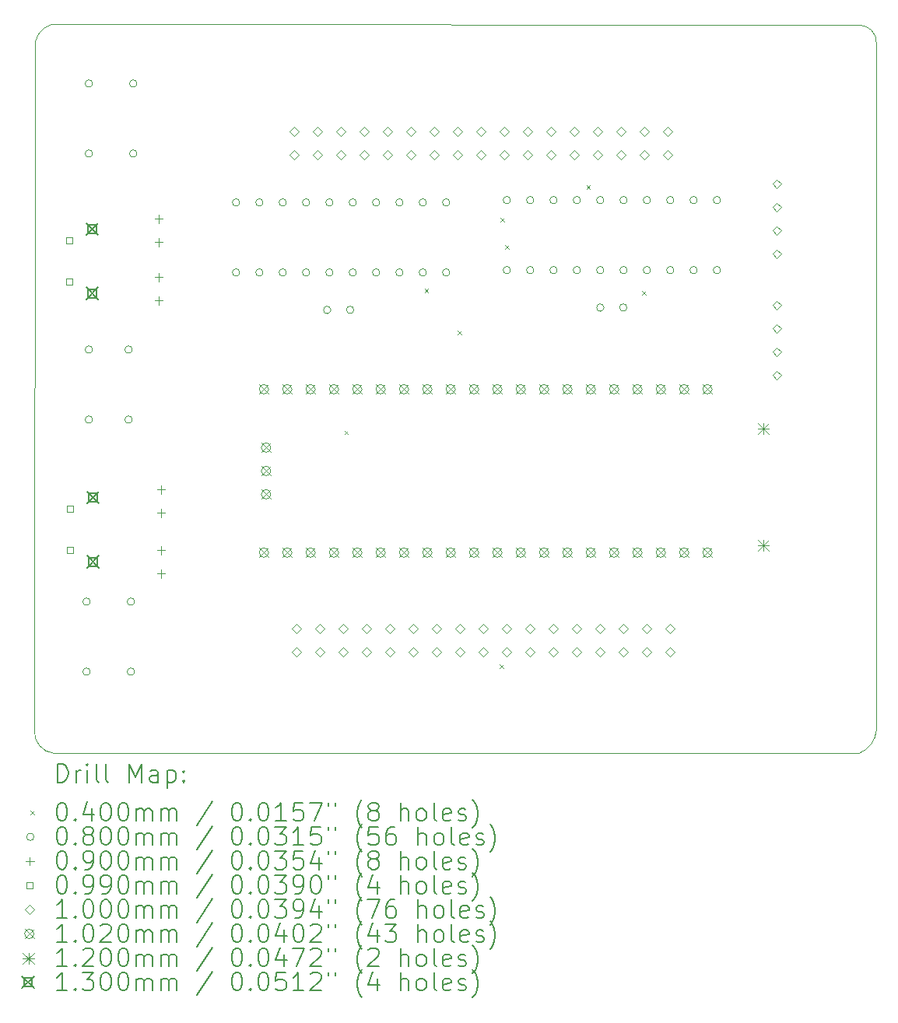
<source format=gbr>
%FSLAX45Y45*%
G04 Gerber Fmt 4.5, Leading zero omitted, Abs format (unit mm)*
G04 Created by KiCad (PCBNEW (6.0.6)) date 2023-06-21 15:59:26*
%MOMM*%
%LPD*%
G01*
G04 APERTURE LIST*
%TA.AperFunction,Profile*%
%ADD10C,0.100000*%
%TD*%
%ADD11C,0.200000*%
%ADD12C,0.040000*%
%ADD13C,0.080000*%
%ADD14C,0.090000*%
%ADD15C,0.099000*%
%ADD16C,0.100000*%
%ADD17C,0.102000*%
%ADD18C,0.120000*%
%ADD19C,0.130000*%
G04 APERTURE END LIST*
D10*
X11023834Y-4767893D02*
G75*
G03*
X10845800Y-5054600I68196J-240977D01*
G01*
X19786600Y-4775200D02*
X11023834Y-4767895D01*
X10838500Y-12446000D02*
G75*
G03*
X11051896Y-12700000I233700J-20300D01*
G01*
X10845800Y-5054600D02*
X10838495Y-12446000D01*
X19812001Y-12700001D02*
G75*
G03*
X20000001Y-12446000I-108851J277141D01*
G01*
X20000001Y-12446000D02*
X20000001Y-4978400D01*
X11051896Y-12700000D02*
X19812000Y-12700000D01*
X19999998Y-4978400D02*
G75*
G03*
X19786600Y-4775200I-188608J15580D01*
G01*
D11*
D12*
X14210070Y-9187920D02*
X14250070Y-9227920D01*
X14250070Y-9187920D02*
X14210070Y-9227920D01*
X15083020Y-7643410D02*
X15123020Y-7683410D01*
X15123020Y-7643410D02*
X15083020Y-7683410D01*
X15440660Y-8100460D02*
X15480660Y-8140460D01*
X15480660Y-8100460D02*
X15440660Y-8140460D01*
X15900610Y-11731010D02*
X15940610Y-11771010D01*
X15940610Y-11731010D02*
X15900610Y-11771010D01*
X15907310Y-6870580D02*
X15947310Y-6910580D01*
X15947310Y-6870580D02*
X15907310Y-6910580D01*
X15956600Y-7168200D02*
X15996600Y-7208200D01*
X15996600Y-7168200D02*
X15956600Y-7208200D01*
X16844550Y-6516020D02*
X16884550Y-6556020D01*
X16884550Y-6516020D02*
X16844550Y-6556020D01*
X17449740Y-7668580D02*
X17489740Y-7708580D01*
X17489740Y-7668580D02*
X17449740Y-7708580D01*
D13*
X11444600Y-11049000D02*
G75*
G03*
X11444600Y-11049000I-40000J0D01*
G01*
X11444600Y-11811000D02*
G75*
G03*
X11444600Y-11811000I-40000J0D01*
G01*
X11470000Y-5410200D02*
G75*
G03*
X11470000Y-5410200I-40000J0D01*
G01*
X11470000Y-6172200D02*
G75*
G03*
X11470000Y-6172200I-40000J0D01*
G01*
X11470000Y-8305800D02*
G75*
G03*
X11470000Y-8305800I-40000J0D01*
G01*
X11470000Y-9067800D02*
G75*
G03*
X11470000Y-9067800I-40000J0D01*
G01*
X11901800Y-8305800D02*
G75*
G03*
X11901800Y-8305800I-40000J0D01*
G01*
X11901800Y-9067800D02*
G75*
G03*
X11901800Y-9067800I-40000J0D01*
G01*
X11927200Y-11049000D02*
G75*
G03*
X11927200Y-11049000I-40000J0D01*
G01*
X11927200Y-11811000D02*
G75*
G03*
X11927200Y-11811000I-40000J0D01*
G01*
X11952600Y-5410200D02*
G75*
G03*
X11952600Y-5410200I-40000J0D01*
G01*
X11952600Y-6172200D02*
G75*
G03*
X11952600Y-6172200I-40000J0D01*
G01*
X13070700Y-6704600D02*
G75*
G03*
X13070700Y-6704600I-40000J0D01*
G01*
X13070700Y-7466600D02*
G75*
G03*
X13070700Y-7466600I-40000J0D01*
G01*
X13324700Y-6704600D02*
G75*
G03*
X13324700Y-6704600I-40000J0D01*
G01*
X13324700Y-7466600D02*
G75*
G03*
X13324700Y-7466600I-40000J0D01*
G01*
X13578700Y-6704600D02*
G75*
G03*
X13578700Y-6704600I-40000J0D01*
G01*
X13578700Y-7466600D02*
G75*
G03*
X13578700Y-7466600I-40000J0D01*
G01*
X13832700Y-6704600D02*
G75*
G03*
X13832700Y-6704600I-40000J0D01*
G01*
X13832700Y-7466600D02*
G75*
G03*
X13832700Y-7466600I-40000J0D01*
G01*
X14062800Y-7874000D02*
G75*
G03*
X14062800Y-7874000I-40000J0D01*
G01*
X14086700Y-6704600D02*
G75*
G03*
X14086700Y-6704600I-40000J0D01*
G01*
X14086700Y-7466600D02*
G75*
G03*
X14086700Y-7466600I-40000J0D01*
G01*
X14312800Y-7874000D02*
G75*
G03*
X14312800Y-7874000I-40000J0D01*
G01*
X14340700Y-6704600D02*
G75*
G03*
X14340700Y-6704600I-40000J0D01*
G01*
X14340700Y-7466600D02*
G75*
G03*
X14340700Y-7466600I-40000J0D01*
G01*
X14594700Y-6704600D02*
G75*
G03*
X14594700Y-6704600I-40000J0D01*
G01*
X14594700Y-7466600D02*
G75*
G03*
X14594700Y-7466600I-40000J0D01*
G01*
X14848700Y-6704600D02*
G75*
G03*
X14848700Y-6704600I-40000J0D01*
G01*
X14848700Y-7466600D02*
G75*
G03*
X14848700Y-7466600I-40000J0D01*
G01*
X15102700Y-6704600D02*
G75*
G03*
X15102700Y-6704600I-40000J0D01*
G01*
X15102700Y-7466600D02*
G75*
G03*
X15102700Y-7466600I-40000J0D01*
G01*
X15356700Y-6704600D02*
G75*
G03*
X15356700Y-6704600I-40000J0D01*
G01*
X15356700Y-7466600D02*
G75*
G03*
X15356700Y-7466600I-40000J0D01*
G01*
X16017100Y-6679200D02*
G75*
G03*
X16017100Y-6679200I-40000J0D01*
G01*
X16017100Y-7441200D02*
G75*
G03*
X16017100Y-7441200I-40000J0D01*
G01*
X16271100Y-6679200D02*
G75*
G03*
X16271100Y-6679200I-40000J0D01*
G01*
X16271100Y-7441200D02*
G75*
G03*
X16271100Y-7441200I-40000J0D01*
G01*
X16525100Y-6679200D02*
G75*
G03*
X16525100Y-6679200I-40000J0D01*
G01*
X16525100Y-7441200D02*
G75*
G03*
X16525100Y-7441200I-40000J0D01*
G01*
X16779100Y-6679200D02*
G75*
G03*
X16779100Y-6679200I-40000J0D01*
G01*
X16779100Y-7441200D02*
G75*
G03*
X16779100Y-7441200I-40000J0D01*
G01*
X17033100Y-6679200D02*
G75*
G03*
X17033100Y-6679200I-40000J0D01*
G01*
X17033100Y-7441200D02*
G75*
G03*
X17033100Y-7441200I-40000J0D01*
G01*
X17034600Y-7848600D02*
G75*
G03*
X17034600Y-7848600I-40000J0D01*
G01*
X17284600Y-7848600D02*
G75*
G03*
X17284600Y-7848600I-40000J0D01*
G01*
X17287100Y-6679200D02*
G75*
G03*
X17287100Y-6679200I-40000J0D01*
G01*
X17287100Y-7441200D02*
G75*
G03*
X17287100Y-7441200I-40000J0D01*
G01*
X17541100Y-6679200D02*
G75*
G03*
X17541100Y-6679200I-40000J0D01*
G01*
X17541100Y-7441200D02*
G75*
G03*
X17541100Y-7441200I-40000J0D01*
G01*
X17795100Y-6679200D02*
G75*
G03*
X17795100Y-6679200I-40000J0D01*
G01*
X17795100Y-7441200D02*
G75*
G03*
X17795100Y-7441200I-40000J0D01*
G01*
X18049100Y-6679200D02*
G75*
G03*
X18049100Y-6679200I-40000J0D01*
G01*
X18049100Y-7441200D02*
G75*
G03*
X18049100Y-7441200I-40000J0D01*
G01*
X18303100Y-6679200D02*
G75*
G03*
X18303100Y-6679200I-40000J0D01*
G01*
X18303100Y-7441200D02*
G75*
G03*
X18303100Y-7441200I-40000J0D01*
G01*
D14*
X12192000Y-6838400D02*
X12192000Y-6928400D01*
X12147000Y-6883400D02*
X12237000Y-6883400D01*
X12192000Y-7092400D02*
X12192000Y-7182400D01*
X12147000Y-7137400D02*
X12237000Y-7137400D01*
X12192000Y-7473900D02*
X12192000Y-7563900D01*
X12147000Y-7518900D02*
X12237000Y-7518900D01*
X12192000Y-7727900D02*
X12192000Y-7817900D01*
X12147000Y-7772900D02*
X12237000Y-7772900D01*
X12217400Y-9784800D02*
X12217400Y-9874800D01*
X12172400Y-9829800D02*
X12262400Y-9829800D01*
X12217400Y-10038800D02*
X12217400Y-10128800D01*
X12172400Y-10083800D02*
X12262400Y-10083800D01*
X12217400Y-10445700D02*
X12217400Y-10535700D01*
X12172400Y-10490700D02*
X12262400Y-10490700D01*
X12217400Y-10699700D02*
X12217400Y-10789700D01*
X12172400Y-10744700D02*
X12262400Y-10744700D01*
D15*
X11254852Y-7154202D02*
X11254852Y-7084198D01*
X11184848Y-7084198D01*
X11184848Y-7154202D01*
X11254852Y-7154202D01*
X11254852Y-7604202D02*
X11254852Y-7534198D01*
X11184848Y-7534198D01*
X11184848Y-7604202D01*
X11254852Y-7604202D01*
X11261802Y-10075202D02*
X11261802Y-10005198D01*
X11191798Y-10005198D01*
X11191798Y-10075202D01*
X11261802Y-10075202D01*
X11261802Y-10525202D02*
X11261802Y-10455198D01*
X11191798Y-10455198D01*
X11191798Y-10525202D01*
X11261802Y-10525202D01*
D16*
X13665200Y-5979150D02*
X13715200Y-5929150D01*
X13665200Y-5879150D01*
X13615200Y-5929150D01*
X13665200Y-5979150D01*
X13665200Y-6233150D02*
X13715200Y-6183150D01*
X13665200Y-6133150D01*
X13615200Y-6183150D01*
X13665200Y-6233150D01*
X13690600Y-11392850D02*
X13740600Y-11342850D01*
X13690600Y-11292850D01*
X13640600Y-11342850D01*
X13690600Y-11392850D01*
X13690600Y-11646850D02*
X13740600Y-11596850D01*
X13690600Y-11546850D01*
X13640600Y-11596850D01*
X13690600Y-11646850D01*
X13919200Y-5979150D02*
X13969200Y-5929150D01*
X13919200Y-5879150D01*
X13869200Y-5929150D01*
X13919200Y-5979150D01*
X13919200Y-6233150D02*
X13969200Y-6183150D01*
X13919200Y-6133150D01*
X13869200Y-6183150D01*
X13919200Y-6233150D01*
X13944600Y-11392850D02*
X13994600Y-11342850D01*
X13944600Y-11292850D01*
X13894600Y-11342850D01*
X13944600Y-11392850D01*
X13944600Y-11646850D02*
X13994600Y-11596850D01*
X13944600Y-11546850D01*
X13894600Y-11596850D01*
X13944600Y-11646850D01*
X14173200Y-5979150D02*
X14223200Y-5929150D01*
X14173200Y-5879150D01*
X14123200Y-5929150D01*
X14173200Y-5979150D01*
X14173200Y-6233150D02*
X14223200Y-6183150D01*
X14173200Y-6133150D01*
X14123200Y-6183150D01*
X14173200Y-6233150D01*
X14198600Y-11392850D02*
X14248600Y-11342850D01*
X14198600Y-11292850D01*
X14148600Y-11342850D01*
X14198600Y-11392850D01*
X14198600Y-11646850D02*
X14248600Y-11596850D01*
X14198600Y-11546850D01*
X14148600Y-11596850D01*
X14198600Y-11646850D01*
X14427200Y-5979150D02*
X14477200Y-5929150D01*
X14427200Y-5879150D01*
X14377200Y-5929150D01*
X14427200Y-5979150D01*
X14427200Y-6233150D02*
X14477200Y-6183150D01*
X14427200Y-6133150D01*
X14377200Y-6183150D01*
X14427200Y-6233150D01*
X14452600Y-11392850D02*
X14502600Y-11342850D01*
X14452600Y-11292850D01*
X14402600Y-11342850D01*
X14452600Y-11392850D01*
X14452600Y-11646850D02*
X14502600Y-11596850D01*
X14452600Y-11546850D01*
X14402600Y-11596850D01*
X14452600Y-11646850D01*
X14681200Y-5979150D02*
X14731200Y-5929150D01*
X14681200Y-5879150D01*
X14631200Y-5929150D01*
X14681200Y-5979150D01*
X14681200Y-6233150D02*
X14731200Y-6183150D01*
X14681200Y-6133150D01*
X14631200Y-6183150D01*
X14681200Y-6233150D01*
X14706600Y-11392850D02*
X14756600Y-11342850D01*
X14706600Y-11292850D01*
X14656600Y-11342850D01*
X14706600Y-11392850D01*
X14706600Y-11646850D02*
X14756600Y-11596850D01*
X14706600Y-11546850D01*
X14656600Y-11596850D01*
X14706600Y-11646850D01*
X14935200Y-5979150D02*
X14985200Y-5929150D01*
X14935200Y-5879150D01*
X14885200Y-5929150D01*
X14935200Y-5979150D01*
X14935200Y-6233150D02*
X14985200Y-6183150D01*
X14935200Y-6133150D01*
X14885200Y-6183150D01*
X14935200Y-6233150D01*
X14960600Y-11392850D02*
X15010600Y-11342850D01*
X14960600Y-11292850D01*
X14910600Y-11342850D01*
X14960600Y-11392850D01*
X14960600Y-11646850D02*
X15010600Y-11596850D01*
X14960600Y-11546850D01*
X14910600Y-11596850D01*
X14960600Y-11646850D01*
X15189200Y-5979150D02*
X15239200Y-5929150D01*
X15189200Y-5879150D01*
X15139200Y-5929150D01*
X15189200Y-5979150D01*
X15189200Y-6233150D02*
X15239200Y-6183150D01*
X15189200Y-6133150D01*
X15139200Y-6183150D01*
X15189200Y-6233150D01*
X15214600Y-11392850D02*
X15264600Y-11342850D01*
X15214600Y-11292850D01*
X15164600Y-11342850D01*
X15214600Y-11392850D01*
X15214600Y-11646850D02*
X15264600Y-11596850D01*
X15214600Y-11546850D01*
X15164600Y-11596850D01*
X15214600Y-11646850D01*
X15443200Y-5979150D02*
X15493200Y-5929150D01*
X15443200Y-5879150D01*
X15393200Y-5929150D01*
X15443200Y-5979150D01*
X15443200Y-6233150D02*
X15493200Y-6183150D01*
X15443200Y-6133150D01*
X15393200Y-6183150D01*
X15443200Y-6233150D01*
X15468600Y-11392850D02*
X15518600Y-11342850D01*
X15468600Y-11292850D01*
X15418600Y-11342850D01*
X15468600Y-11392850D01*
X15468600Y-11646850D02*
X15518600Y-11596850D01*
X15468600Y-11546850D01*
X15418600Y-11596850D01*
X15468600Y-11646850D01*
X15697200Y-5979150D02*
X15747200Y-5929150D01*
X15697200Y-5879150D01*
X15647200Y-5929150D01*
X15697200Y-5979150D01*
X15697200Y-6233150D02*
X15747200Y-6183150D01*
X15697200Y-6133150D01*
X15647200Y-6183150D01*
X15697200Y-6233150D01*
X15722600Y-11392850D02*
X15772600Y-11342850D01*
X15722600Y-11292850D01*
X15672600Y-11342850D01*
X15722600Y-11392850D01*
X15722600Y-11646850D02*
X15772600Y-11596850D01*
X15722600Y-11546850D01*
X15672600Y-11596850D01*
X15722600Y-11646850D01*
X15951200Y-5979150D02*
X16001200Y-5929150D01*
X15951200Y-5879150D01*
X15901200Y-5929150D01*
X15951200Y-5979150D01*
X15951200Y-6233150D02*
X16001200Y-6183150D01*
X15951200Y-6133150D01*
X15901200Y-6183150D01*
X15951200Y-6233150D01*
X15976600Y-11392850D02*
X16026600Y-11342850D01*
X15976600Y-11292850D01*
X15926600Y-11342850D01*
X15976600Y-11392850D01*
X15976600Y-11646850D02*
X16026600Y-11596850D01*
X15976600Y-11546850D01*
X15926600Y-11596850D01*
X15976600Y-11646850D01*
X16205200Y-5979150D02*
X16255200Y-5929150D01*
X16205200Y-5879150D01*
X16155200Y-5929150D01*
X16205200Y-5979150D01*
X16205200Y-6233150D02*
X16255200Y-6183150D01*
X16205200Y-6133150D01*
X16155200Y-6183150D01*
X16205200Y-6233150D01*
X16230600Y-11392850D02*
X16280600Y-11342850D01*
X16230600Y-11292850D01*
X16180600Y-11342850D01*
X16230600Y-11392850D01*
X16230600Y-11646850D02*
X16280600Y-11596850D01*
X16230600Y-11546850D01*
X16180600Y-11596850D01*
X16230600Y-11646850D01*
X16459200Y-5979150D02*
X16509200Y-5929150D01*
X16459200Y-5879150D01*
X16409200Y-5929150D01*
X16459200Y-5979150D01*
X16459200Y-6233150D02*
X16509200Y-6183150D01*
X16459200Y-6133150D01*
X16409200Y-6183150D01*
X16459200Y-6233150D01*
X16484600Y-11392850D02*
X16534600Y-11342850D01*
X16484600Y-11292850D01*
X16434600Y-11342850D01*
X16484600Y-11392850D01*
X16484600Y-11646850D02*
X16534600Y-11596850D01*
X16484600Y-11546850D01*
X16434600Y-11596850D01*
X16484600Y-11646850D01*
X16713200Y-5979150D02*
X16763200Y-5929150D01*
X16713200Y-5879150D01*
X16663200Y-5929150D01*
X16713200Y-5979150D01*
X16713200Y-6233150D02*
X16763200Y-6183150D01*
X16713200Y-6133150D01*
X16663200Y-6183150D01*
X16713200Y-6233150D01*
X16738600Y-11392850D02*
X16788600Y-11342850D01*
X16738600Y-11292850D01*
X16688600Y-11342850D01*
X16738600Y-11392850D01*
X16738600Y-11646850D02*
X16788600Y-11596850D01*
X16738600Y-11546850D01*
X16688600Y-11596850D01*
X16738600Y-11646850D01*
X16967200Y-5979150D02*
X17017200Y-5929150D01*
X16967200Y-5879150D01*
X16917200Y-5929150D01*
X16967200Y-5979150D01*
X16967200Y-6233150D02*
X17017200Y-6183150D01*
X16967200Y-6133150D01*
X16917200Y-6183150D01*
X16967200Y-6233150D01*
X16992600Y-11392850D02*
X17042600Y-11342850D01*
X16992600Y-11292850D01*
X16942600Y-11342850D01*
X16992600Y-11392850D01*
X16992600Y-11646850D02*
X17042600Y-11596850D01*
X16992600Y-11546850D01*
X16942600Y-11596850D01*
X16992600Y-11646850D01*
X17221200Y-5979150D02*
X17271200Y-5929150D01*
X17221200Y-5879150D01*
X17171200Y-5929150D01*
X17221200Y-5979150D01*
X17221200Y-6233150D02*
X17271200Y-6183150D01*
X17221200Y-6133150D01*
X17171200Y-6183150D01*
X17221200Y-6233150D01*
X17246600Y-11392850D02*
X17296600Y-11342850D01*
X17246600Y-11292850D01*
X17196600Y-11342850D01*
X17246600Y-11392850D01*
X17246600Y-11646850D02*
X17296600Y-11596850D01*
X17246600Y-11546850D01*
X17196600Y-11596850D01*
X17246600Y-11646850D01*
X17475200Y-5979150D02*
X17525200Y-5929150D01*
X17475200Y-5879150D01*
X17425200Y-5929150D01*
X17475200Y-5979150D01*
X17475200Y-6233150D02*
X17525200Y-6183150D01*
X17475200Y-6133150D01*
X17425200Y-6183150D01*
X17475200Y-6233150D01*
X17500600Y-11392850D02*
X17550600Y-11342850D01*
X17500600Y-11292850D01*
X17450600Y-11342850D01*
X17500600Y-11392850D01*
X17500600Y-11646850D02*
X17550600Y-11596850D01*
X17500600Y-11546850D01*
X17450600Y-11596850D01*
X17500600Y-11646850D01*
X17729200Y-5979150D02*
X17779200Y-5929150D01*
X17729200Y-5879150D01*
X17679200Y-5929150D01*
X17729200Y-5979150D01*
X17729200Y-6233150D02*
X17779200Y-6183150D01*
X17729200Y-6133150D01*
X17679200Y-6183150D01*
X17729200Y-6233150D01*
X17754600Y-11392850D02*
X17804600Y-11342850D01*
X17754600Y-11292850D01*
X17704600Y-11342850D01*
X17754600Y-11392850D01*
X17754600Y-11646850D02*
X17804600Y-11596850D01*
X17754600Y-11546850D01*
X17704600Y-11596850D01*
X17754600Y-11646850D01*
X18917300Y-6553400D02*
X18967300Y-6503400D01*
X18917300Y-6453400D01*
X18867300Y-6503400D01*
X18917300Y-6553400D01*
X18917300Y-6807400D02*
X18967300Y-6757400D01*
X18917300Y-6707400D01*
X18867300Y-6757400D01*
X18917300Y-6807400D01*
X18917300Y-7061400D02*
X18967300Y-7011400D01*
X18917300Y-6961400D01*
X18867300Y-7011400D01*
X18917300Y-7061400D01*
X18917300Y-7315400D02*
X18967300Y-7265400D01*
X18917300Y-7215400D01*
X18867300Y-7265400D01*
X18917300Y-7315400D01*
X18917300Y-7874200D02*
X18967300Y-7824200D01*
X18917300Y-7774200D01*
X18867300Y-7824200D01*
X18917300Y-7874200D01*
X18917300Y-8128200D02*
X18967300Y-8078200D01*
X18917300Y-8028200D01*
X18867300Y-8078200D01*
X18917300Y-8128200D01*
X18917300Y-8382200D02*
X18967300Y-8332200D01*
X18917300Y-8282200D01*
X18867300Y-8332200D01*
X18917300Y-8382200D01*
X18917300Y-8636200D02*
X18967300Y-8586200D01*
X18917300Y-8536200D01*
X18867300Y-8586200D01*
X18917300Y-8636200D01*
D17*
X13284000Y-8686600D02*
X13386000Y-8788600D01*
X13386000Y-8686600D02*
X13284000Y-8788600D01*
X13386000Y-8737600D02*
G75*
G03*
X13386000Y-8737600I-51000J0D01*
G01*
X13284000Y-10464600D02*
X13386000Y-10566600D01*
X13386000Y-10464600D02*
X13284000Y-10566600D01*
X13386000Y-10515600D02*
G75*
G03*
X13386000Y-10515600I-51000J0D01*
G01*
X13307000Y-9321600D02*
X13409000Y-9423600D01*
X13409000Y-9321600D02*
X13307000Y-9423600D01*
X13409000Y-9372600D02*
G75*
G03*
X13409000Y-9372600I-51000J0D01*
G01*
X13307000Y-9575600D02*
X13409000Y-9677600D01*
X13409000Y-9575600D02*
X13307000Y-9677600D01*
X13409000Y-9626600D02*
G75*
G03*
X13409000Y-9626600I-51000J0D01*
G01*
X13307000Y-9829600D02*
X13409000Y-9931600D01*
X13409000Y-9829600D02*
X13307000Y-9931600D01*
X13409000Y-9880600D02*
G75*
G03*
X13409000Y-9880600I-51000J0D01*
G01*
X13538000Y-8686600D02*
X13640000Y-8788600D01*
X13640000Y-8686600D02*
X13538000Y-8788600D01*
X13640000Y-8737600D02*
G75*
G03*
X13640000Y-8737600I-51000J0D01*
G01*
X13538000Y-10464600D02*
X13640000Y-10566600D01*
X13640000Y-10464600D02*
X13538000Y-10566600D01*
X13640000Y-10515600D02*
G75*
G03*
X13640000Y-10515600I-51000J0D01*
G01*
X13792000Y-8686600D02*
X13894000Y-8788600D01*
X13894000Y-8686600D02*
X13792000Y-8788600D01*
X13894000Y-8737600D02*
G75*
G03*
X13894000Y-8737600I-51000J0D01*
G01*
X13792000Y-10464600D02*
X13894000Y-10566600D01*
X13894000Y-10464600D02*
X13792000Y-10566600D01*
X13894000Y-10515600D02*
G75*
G03*
X13894000Y-10515600I-51000J0D01*
G01*
X14046000Y-8686600D02*
X14148000Y-8788600D01*
X14148000Y-8686600D02*
X14046000Y-8788600D01*
X14148000Y-8737600D02*
G75*
G03*
X14148000Y-8737600I-51000J0D01*
G01*
X14046000Y-10464600D02*
X14148000Y-10566600D01*
X14148000Y-10464600D02*
X14046000Y-10566600D01*
X14148000Y-10515600D02*
G75*
G03*
X14148000Y-10515600I-51000J0D01*
G01*
X14300000Y-8686600D02*
X14402000Y-8788600D01*
X14402000Y-8686600D02*
X14300000Y-8788600D01*
X14402000Y-8737600D02*
G75*
G03*
X14402000Y-8737600I-51000J0D01*
G01*
X14300000Y-10464600D02*
X14402000Y-10566600D01*
X14402000Y-10464600D02*
X14300000Y-10566600D01*
X14402000Y-10515600D02*
G75*
G03*
X14402000Y-10515600I-51000J0D01*
G01*
X14554000Y-8686600D02*
X14656000Y-8788600D01*
X14656000Y-8686600D02*
X14554000Y-8788600D01*
X14656000Y-8737600D02*
G75*
G03*
X14656000Y-8737600I-51000J0D01*
G01*
X14554000Y-10464600D02*
X14656000Y-10566600D01*
X14656000Y-10464600D02*
X14554000Y-10566600D01*
X14656000Y-10515600D02*
G75*
G03*
X14656000Y-10515600I-51000J0D01*
G01*
X14808000Y-8686600D02*
X14910000Y-8788600D01*
X14910000Y-8686600D02*
X14808000Y-8788600D01*
X14910000Y-8737600D02*
G75*
G03*
X14910000Y-8737600I-51000J0D01*
G01*
X14808000Y-10464600D02*
X14910000Y-10566600D01*
X14910000Y-10464600D02*
X14808000Y-10566600D01*
X14910000Y-10515600D02*
G75*
G03*
X14910000Y-10515600I-51000J0D01*
G01*
X15062000Y-8686600D02*
X15164000Y-8788600D01*
X15164000Y-8686600D02*
X15062000Y-8788600D01*
X15164000Y-8737600D02*
G75*
G03*
X15164000Y-8737600I-51000J0D01*
G01*
X15062000Y-10464600D02*
X15164000Y-10566600D01*
X15164000Y-10464600D02*
X15062000Y-10566600D01*
X15164000Y-10515600D02*
G75*
G03*
X15164000Y-10515600I-51000J0D01*
G01*
X15316000Y-8686600D02*
X15418000Y-8788600D01*
X15418000Y-8686600D02*
X15316000Y-8788600D01*
X15418000Y-8737600D02*
G75*
G03*
X15418000Y-8737600I-51000J0D01*
G01*
X15316000Y-10464600D02*
X15418000Y-10566600D01*
X15418000Y-10464600D02*
X15316000Y-10566600D01*
X15418000Y-10515600D02*
G75*
G03*
X15418000Y-10515600I-51000J0D01*
G01*
X15570000Y-8686600D02*
X15672000Y-8788600D01*
X15672000Y-8686600D02*
X15570000Y-8788600D01*
X15672000Y-8737600D02*
G75*
G03*
X15672000Y-8737600I-51000J0D01*
G01*
X15570000Y-10464600D02*
X15672000Y-10566600D01*
X15672000Y-10464600D02*
X15570000Y-10566600D01*
X15672000Y-10515600D02*
G75*
G03*
X15672000Y-10515600I-51000J0D01*
G01*
X15824000Y-8686600D02*
X15926000Y-8788600D01*
X15926000Y-8686600D02*
X15824000Y-8788600D01*
X15926000Y-8737600D02*
G75*
G03*
X15926000Y-8737600I-51000J0D01*
G01*
X15824000Y-10464600D02*
X15926000Y-10566600D01*
X15926000Y-10464600D02*
X15824000Y-10566600D01*
X15926000Y-10515600D02*
G75*
G03*
X15926000Y-10515600I-51000J0D01*
G01*
X16078000Y-8686600D02*
X16180000Y-8788600D01*
X16180000Y-8686600D02*
X16078000Y-8788600D01*
X16180000Y-8737600D02*
G75*
G03*
X16180000Y-8737600I-51000J0D01*
G01*
X16078000Y-10464600D02*
X16180000Y-10566600D01*
X16180000Y-10464600D02*
X16078000Y-10566600D01*
X16180000Y-10515600D02*
G75*
G03*
X16180000Y-10515600I-51000J0D01*
G01*
X16332000Y-8686600D02*
X16434000Y-8788600D01*
X16434000Y-8686600D02*
X16332000Y-8788600D01*
X16434000Y-8737600D02*
G75*
G03*
X16434000Y-8737600I-51000J0D01*
G01*
X16332000Y-10464600D02*
X16434000Y-10566600D01*
X16434000Y-10464600D02*
X16332000Y-10566600D01*
X16434000Y-10515600D02*
G75*
G03*
X16434000Y-10515600I-51000J0D01*
G01*
X16586000Y-8686600D02*
X16688000Y-8788600D01*
X16688000Y-8686600D02*
X16586000Y-8788600D01*
X16688000Y-8737600D02*
G75*
G03*
X16688000Y-8737600I-51000J0D01*
G01*
X16586000Y-10464600D02*
X16688000Y-10566600D01*
X16688000Y-10464600D02*
X16586000Y-10566600D01*
X16688000Y-10515600D02*
G75*
G03*
X16688000Y-10515600I-51000J0D01*
G01*
X16840000Y-8686600D02*
X16942000Y-8788600D01*
X16942000Y-8686600D02*
X16840000Y-8788600D01*
X16942000Y-8737600D02*
G75*
G03*
X16942000Y-8737600I-51000J0D01*
G01*
X16840000Y-10464600D02*
X16942000Y-10566600D01*
X16942000Y-10464600D02*
X16840000Y-10566600D01*
X16942000Y-10515600D02*
G75*
G03*
X16942000Y-10515600I-51000J0D01*
G01*
X17094000Y-8686600D02*
X17196000Y-8788600D01*
X17196000Y-8686600D02*
X17094000Y-8788600D01*
X17196000Y-8737600D02*
G75*
G03*
X17196000Y-8737600I-51000J0D01*
G01*
X17094000Y-10464600D02*
X17196000Y-10566600D01*
X17196000Y-10464600D02*
X17094000Y-10566600D01*
X17196000Y-10515600D02*
G75*
G03*
X17196000Y-10515600I-51000J0D01*
G01*
X17348000Y-8686600D02*
X17450000Y-8788600D01*
X17450000Y-8686600D02*
X17348000Y-8788600D01*
X17450000Y-8737600D02*
G75*
G03*
X17450000Y-8737600I-51000J0D01*
G01*
X17348000Y-10464600D02*
X17450000Y-10566600D01*
X17450000Y-10464600D02*
X17348000Y-10566600D01*
X17450000Y-10515600D02*
G75*
G03*
X17450000Y-10515600I-51000J0D01*
G01*
X17602000Y-8686600D02*
X17704000Y-8788600D01*
X17704000Y-8686600D02*
X17602000Y-8788600D01*
X17704000Y-8737600D02*
G75*
G03*
X17704000Y-8737600I-51000J0D01*
G01*
X17602000Y-10464600D02*
X17704000Y-10566600D01*
X17704000Y-10464600D02*
X17602000Y-10566600D01*
X17704000Y-10515600D02*
G75*
G03*
X17704000Y-10515600I-51000J0D01*
G01*
X17856000Y-8686600D02*
X17958000Y-8788600D01*
X17958000Y-8686600D02*
X17856000Y-8788600D01*
X17958000Y-8737600D02*
G75*
G03*
X17958000Y-8737600I-51000J0D01*
G01*
X17856000Y-10464600D02*
X17958000Y-10566600D01*
X17958000Y-10464600D02*
X17856000Y-10566600D01*
X17958000Y-10515600D02*
G75*
G03*
X17958000Y-10515600I-51000J0D01*
G01*
X18110000Y-8686600D02*
X18212000Y-8788600D01*
X18212000Y-8686600D02*
X18110000Y-8788600D01*
X18212000Y-8737600D02*
G75*
G03*
X18212000Y-8737600I-51000J0D01*
G01*
X18110000Y-10464600D02*
X18212000Y-10566600D01*
X18212000Y-10464600D02*
X18110000Y-10566600D01*
X18212000Y-10515600D02*
G75*
G03*
X18212000Y-10515600I-51000J0D01*
G01*
D18*
X18710600Y-9109400D02*
X18830600Y-9229400D01*
X18830600Y-9109400D02*
X18710600Y-9229400D01*
X18770600Y-9109400D02*
X18770600Y-9229400D01*
X18710600Y-9169400D02*
X18830600Y-9169400D01*
X18710600Y-10379400D02*
X18830600Y-10499400D01*
X18830600Y-10379400D02*
X18710600Y-10499400D01*
X18770600Y-10379400D02*
X18770600Y-10499400D01*
X18710600Y-10439400D02*
X18830600Y-10439400D01*
D19*
X11403850Y-6928200D02*
X11533850Y-7058200D01*
X11533850Y-6928200D02*
X11403850Y-7058200D01*
X11514812Y-7039162D02*
X11514812Y-6947238D01*
X11422888Y-6947238D01*
X11422888Y-7039162D01*
X11514812Y-7039162D01*
X11403850Y-7629200D02*
X11533850Y-7759200D01*
X11533850Y-7629200D02*
X11403850Y-7759200D01*
X11514812Y-7740162D02*
X11514812Y-7648238D01*
X11422888Y-7648238D01*
X11422888Y-7740162D01*
X11514812Y-7740162D01*
X11410800Y-9849200D02*
X11540800Y-9979200D01*
X11540800Y-9849200D02*
X11410800Y-9979200D01*
X11521762Y-9960162D02*
X11521762Y-9868238D01*
X11429838Y-9868238D01*
X11429838Y-9960162D01*
X11521762Y-9960162D01*
X11410800Y-10550200D02*
X11540800Y-10680200D01*
X11540800Y-10550200D02*
X11410800Y-10680200D01*
X11521762Y-10661162D02*
X11521762Y-10569238D01*
X11429838Y-10569238D01*
X11429838Y-10661162D01*
X11521762Y-10661162D01*
D11*
X11090239Y-13015476D02*
X11090239Y-12815476D01*
X11137858Y-12815476D01*
X11166429Y-12825000D01*
X11185477Y-12844048D01*
X11195000Y-12863095D01*
X11204524Y-12901190D01*
X11204524Y-12929762D01*
X11195000Y-12967857D01*
X11185477Y-12986905D01*
X11166429Y-13005952D01*
X11137858Y-13015476D01*
X11090239Y-13015476D01*
X11290239Y-13015476D02*
X11290239Y-12882143D01*
X11290239Y-12920238D02*
X11299762Y-12901190D01*
X11309286Y-12891667D01*
X11328334Y-12882143D01*
X11347381Y-12882143D01*
X11414048Y-13015476D02*
X11414048Y-12882143D01*
X11414048Y-12815476D02*
X11404524Y-12825000D01*
X11414048Y-12834524D01*
X11423572Y-12825000D01*
X11414048Y-12815476D01*
X11414048Y-12834524D01*
X11537858Y-13015476D02*
X11518810Y-13005952D01*
X11509286Y-12986905D01*
X11509286Y-12815476D01*
X11642620Y-13015476D02*
X11623572Y-13005952D01*
X11614048Y-12986905D01*
X11614048Y-12815476D01*
X11871191Y-13015476D02*
X11871191Y-12815476D01*
X11937858Y-12958333D01*
X12004524Y-12815476D01*
X12004524Y-13015476D01*
X12185477Y-13015476D02*
X12185477Y-12910714D01*
X12175953Y-12891667D01*
X12156905Y-12882143D01*
X12118810Y-12882143D01*
X12099762Y-12891667D01*
X12185477Y-13005952D02*
X12166429Y-13015476D01*
X12118810Y-13015476D01*
X12099762Y-13005952D01*
X12090239Y-12986905D01*
X12090239Y-12967857D01*
X12099762Y-12948809D01*
X12118810Y-12939286D01*
X12166429Y-12939286D01*
X12185477Y-12929762D01*
X12280715Y-12882143D02*
X12280715Y-13082143D01*
X12280715Y-12891667D02*
X12299762Y-12882143D01*
X12337858Y-12882143D01*
X12356905Y-12891667D01*
X12366429Y-12901190D01*
X12375953Y-12920238D01*
X12375953Y-12977381D01*
X12366429Y-12996428D01*
X12356905Y-13005952D01*
X12337858Y-13015476D01*
X12299762Y-13015476D01*
X12280715Y-13005952D01*
X12461667Y-12996428D02*
X12471191Y-13005952D01*
X12461667Y-13015476D01*
X12452143Y-13005952D01*
X12461667Y-12996428D01*
X12461667Y-13015476D01*
X12461667Y-12891667D02*
X12471191Y-12901190D01*
X12461667Y-12910714D01*
X12452143Y-12901190D01*
X12461667Y-12891667D01*
X12461667Y-12910714D01*
D12*
X10792620Y-13325000D02*
X10832620Y-13365000D01*
X10832620Y-13325000D02*
X10792620Y-13365000D01*
D11*
X11128334Y-13235476D02*
X11147382Y-13235476D01*
X11166429Y-13245000D01*
X11175953Y-13254524D01*
X11185477Y-13273571D01*
X11195000Y-13311667D01*
X11195000Y-13359286D01*
X11185477Y-13397381D01*
X11175953Y-13416428D01*
X11166429Y-13425952D01*
X11147382Y-13435476D01*
X11128334Y-13435476D01*
X11109286Y-13425952D01*
X11099762Y-13416428D01*
X11090239Y-13397381D01*
X11080715Y-13359286D01*
X11080715Y-13311667D01*
X11090239Y-13273571D01*
X11099762Y-13254524D01*
X11109286Y-13245000D01*
X11128334Y-13235476D01*
X11280715Y-13416428D02*
X11290239Y-13425952D01*
X11280715Y-13435476D01*
X11271191Y-13425952D01*
X11280715Y-13416428D01*
X11280715Y-13435476D01*
X11461667Y-13302143D02*
X11461667Y-13435476D01*
X11414048Y-13225952D02*
X11366429Y-13368809D01*
X11490239Y-13368809D01*
X11604524Y-13235476D02*
X11623572Y-13235476D01*
X11642620Y-13245000D01*
X11652143Y-13254524D01*
X11661667Y-13273571D01*
X11671191Y-13311667D01*
X11671191Y-13359286D01*
X11661667Y-13397381D01*
X11652143Y-13416428D01*
X11642620Y-13425952D01*
X11623572Y-13435476D01*
X11604524Y-13435476D01*
X11585477Y-13425952D01*
X11575953Y-13416428D01*
X11566429Y-13397381D01*
X11556905Y-13359286D01*
X11556905Y-13311667D01*
X11566429Y-13273571D01*
X11575953Y-13254524D01*
X11585477Y-13245000D01*
X11604524Y-13235476D01*
X11795000Y-13235476D02*
X11814048Y-13235476D01*
X11833096Y-13245000D01*
X11842620Y-13254524D01*
X11852143Y-13273571D01*
X11861667Y-13311667D01*
X11861667Y-13359286D01*
X11852143Y-13397381D01*
X11842620Y-13416428D01*
X11833096Y-13425952D01*
X11814048Y-13435476D01*
X11795000Y-13435476D01*
X11775953Y-13425952D01*
X11766429Y-13416428D01*
X11756905Y-13397381D01*
X11747381Y-13359286D01*
X11747381Y-13311667D01*
X11756905Y-13273571D01*
X11766429Y-13254524D01*
X11775953Y-13245000D01*
X11795000Y-13235476D01*
X11947381Y-13435476D02*
X11947381Y-13302143D01*
X11947381Y-13321190D02*
X11956905Y-13311667D01*
X11975953Y-13302143D01*
X12004524Y-13302143D01*
X12023572Y-13311667D01*
X12033096Y-13330714D01*
X12033096Y-13435476D01*
X12033096Y-13330714D02*
X12042620Y-13311667D01*
X12061667Y-13302143D01*
X12090239Y-13302143D01*
X12109286Y-13311667D01*
X12118810Y-13330714D01*
X12118810Y-13435476D01*
X12214048Y-13435476D02*
X12214048Y-13302143D01*
X12214048Y-13321190D02*
X12223572Y-13311667D01*
X12242620Y-13302143D01*
X12271191Y-13302143D01*
X12290239Y-13311667D01*
X12299762Y-13330714D01*
X12299762Y-13435476D01*
X12299762Y-13330714D02*
X12309286Y-13311667D01*
X12328334Y-13302143D01*
X12356905Y-13302143D01*
X12375953Y-13311667D01*
X12385477Y-13330714D01*
X12385477Y-13435476D01*
X12775953Y-13225952D02*
X12604524Y-13483095D01*
X13033096Y-13235476D02*
X13052143Y-13235476D01*
X13071191Y-13245000D01*
X13080715Y-13254524D01*
X13090239Y-13273571D01*
X13099762Y-13311667D01*
X13099762Y-13359286D01*
X13090239Y-13397381D01*
X13080715Y-13416428D01*
X13071191Y-13425952D01*
X13052143Y-13435476D01*
X13033096Y-13435476D01*
X13014048Y-13425952D01*
X13004524Y-13416428D01*
X12995000Y-13397381D01*
X12985477Y-13359286D01*
X12985477Y-13311667D01*
X12995000Y-13273571D01*
X13004524Y-13254524D01*
X13014048Y-13245000D01*
X13033096Y-13235476D01*
X13185477Y-13416428D02*
X13195000Y-13425952D01*
X13185477Y-13435476D01*
X13175953Y-13425952D01*
X13185477Y-13416428D01*
X13185477Y-13435476D01*
X13318810Y-13235476D02*
X13337858Y-13235476D01*
X13356905Y-13245000D01*
X13366429Y-13254524D01*
X13375953Y-13273571D01*
X13385477Y-13311667D01*
X13385477Y-13359286D01*
X13375953Y-13397381D01*
X13366429Y-13416428D01*
X13356905Y-13425952D01*
X13337858Y-13435476D01*
X13318810Y-13435476D01*
X13299762Y-13425952D01*
X13290239Y-13416428D01*
X13280715Y-13397381D01*
X13271191Y-13359286D01*
X13271191Y-13311667D01*
X13280715Y-13273571D01*
X13290239Y-13254524D01*
X13299762Y-13245000D01*
X13318810Y-13235476D01*
X13575953Y-13435476D02*
X13461667Y-13435476D01*
X13518810Y-13435476D02*
X13518810Y-13235476D01*
X13499762Y-13264048D01*
X13480715Y-13283095D01*
X13461667Y-13292619D01*
X13756905Y-13235476D02*
X13661667Y-13235476D01*
X13652143Y-13330714D01*
X13661667Y-13321190D01*
X13680715Y-13311667D01*
X13728334Y-13311667D01*
X13747381Y-13321190D01*
X13756905Y-13330714D01*
X13766429Y-13349762D01*
X13766429Y-13397381D01*
X13756905Y-13416428D01*
X13747381Y-13425952D01*
X13728334Y-13435476D01*
X13680715Y-13435476D01*
X13661667Y-13425952D01*
X13652143Y-13416428D01*
X13833096Y-13235476D02*
X13966429Y-13235476D01*
X13880715Y-13435476D01*
X14033096Y-13235476D02*
X14033096Y-13273571D01*
X14109286Y-13235476D02*
X14109286Y-13273571D01*
X14404524Y-13511667D02*
X14395000Y-13502143D01*
X14375953Y-13473571D01*
X14366429Y-13454524D01*
X14356905Y-13425952D01*
X14347381Y-13378333D01*
X14347381Y-13340238D01*
X14356905Y-13292619D01*
X14366429Y-13264048D01*
X14375953Y-13245000D01*
X14395000Y-13216428D01*
X14404524Y-13206905D01*
X14509286Y-13321190D02*
X14490239Y-13311667D01*
X14480715Y-13302143D01*
X14471191Y-13283095D01*
X14471191Y-13273571D01*
X14480715Y-13254524D01*
X14490239Y-13245000D01*
X14509286Y-13235476D01*
X14547381Y-13235476D01*
X14566429Y-13245000D01*
X14575953Y-13254524D01*
X14585477Y-13273571D01*
X14585477Y-13283095D01*
X14575953Y-13302143D01*
X14566429Y-13311667D01*
X14547381Y-13321190D01*
X14509286Y-13321190D01*
X14490239Y-13330714D01*
X14480715Y-13340238D01*
X14471191Y-13359286D01*
X14471191Y-13397381D01*
X14480715Y-13416428D01*
X14490239Y-13425952D01*
X14509286Y-13435476D01*
X14547381Y-13435476D01*
X14566429Y-13425952D01*
X14575953Y-13416428D01*
X14585477Y-13397381D01*
X14585477Y-13359286D01*
X14575953Y-13340238D01*
X14566429Y-13330714D01*
X14547381Y-13321190D01*
X14823572Y-13435476D02*
X14823572Y-13235476D01*
X14909286Y-13435476D02*
X14909286Y-13330714D01*
X14899762Y-13311667D01*
X14880715Y-13302143D01*
X14852143Y-13302143D01*
X14833096Y-13311667D01*
X14823572Y-13321190D01*
X15033096Y-13435476D02*
X15014048Y-13425952D01*
X15004524Y-13416428D01*
X14995000Y-13397381D01*
X14995000Y-13340238D01*
X15004524Y-13321190D01*
X15014048Y-13311667D01*
X15033096Y-13302143D01*
X15061667Y-13302143D01*
X15080715Y-13311667D01*
X15090239Y-13321190D01*
X15099762Y-13340238D01*
X15099762Y-13397381D01*
X15090239Y-13416428D01*
X15080715Y-13425952D01*
X15061667Y-13435476D01*
X15033096Y-13435476D01*
X15214048Y-13435476D02*
X15195000Y-13425952D01*
X15185477Y-13406905D01*
X15185477Y-13235476D01*
X15366429Y-13425952D02*
X15347381Y-13435476D01*
X15309286Y-13435476D01*
X15290239Y-13425952D01*
X15280715Y-13406905D01*
X15280715Y-13330714D01*
X15290239Y-13311667D01*
X15309286Y-13302143D01*
X15347381Y-13302143D01*
X15366429Y-13311667D01*
X15375953Y-13330714D01*
X15375953Y-13349762D01*
X15280715Y-13368809D01*
X15452143Y-13425952D02*
X15471191Y-13435476D01*
X15509286Y-13435476D01*
X15528334Y-13425952D01*
X15537858Y-13406905D01*
X15537858Y-13397381D01*
X15528334Y-13378333D01*
X15509286Y-13368809D01*
X15480715Y-13368809D01*
X15461667Y-13359286D01*
X15452143Y-13340238D01*
X15452143Y-13330714D01*
X15461667Y-13311667D01*
X15480715Y-13302143D01*
X15509286Y-13302143D01*
X15528334Y-13311667D01*
X15604524Y-13511667D02*
X15614048Y-13502143D01*
X15633096Y-13473571D01*
X15642619Y-13454524D01*
X15652143Y-13425952D01*
X15661667Y-13378333D01*
X15661667Y-13340238D01*
X15652143Y-13292619D01*
X15642619Y-13264048D01*
X15633096Y-13245000D01*
X15614048Y-13216428D01*
X15604524Y-13206905D01*
D13*
X10832620Y-13609000D02*
G75*
G03*
X10832620Y-13609000I-40000J0D01*
G01*
D11*
X11128334Y-13499476D02*
X11147382Y-13499476D01*
X11166429Y-13509000D01*
X11175953Y-13518524D01*
X11185477Y-13537571D01*
X11195000Y-13575667D01*
X11195000Y-13623286D01*
X11185477Y-13661381D01*
X11175953Y-13680428D01*
X11166429Y-13689952D01*
X11147382Y-13699476D01*
X11128334Y-13699476D01*
X11109286Y-13689952D01*
X11099762Y-13680428D01*
X11090239Y-13661381D01*
X11080715Y-13623286D01*
X11080715Y-13575667D01*
X11090239Y-13537571D01*
X11099762Y-13518524D01*
X11109286Y-13509000D01*
X11128334Y-13499476D01*
X11280715Y-13680428D02*
X11290239Y-13689952D01*
X11280715Y-13699476D01*
X11271191Y-13689952D01*
X11280715Y-13680428D01*
X11280715Y-13699476D01*
X11404524Y-13585190D02*
X11385477Y-13575667D01*
X11375953Y-13566143D01*
X11366429Y-13547095D01*
X11366429Y-13537571D01*
X11375953Y-13518524D01*
X11385477Y-13509000D01*
X11404524Y-13499476D01*
X11442620Y-13499476D01*
X11461667Y-13509000D01*
X11471191Y-13518524D01*
X11480715Y-13537571D01*
X11480715Y-13547095D01*
X11471191Y-13566143D01*
X11461667Y-13575667D01*
X11442620Y-13585190D01*
X11404524Y-13585190D01*
X11385477Y-13594714D01*
X11375953Y-13604238D01*
X11366429Y-13623286D01*
X11366429Y-13661381D01*
X11375953Y-13680428D01*
X11385477Y-13689952D01*
X11404524Y-13699476D01*
X11442620Y-13699476D01*
X11461667Y-13689952D01*
X11471191Y-13680428D01*
X11480715Y-13661381D01*
X11480715Y-13623286D01*
X11471191Y-13604238D01*
X11461667Y-13594714D01*
X11442620Y-13585190D01*
X11604524Y-13499476D02*
X11623572Y-13499476D01*
X11642620Y-13509000D01*
X11652143Y-13518524D01*
X11661667Y-13537571D01*
X11671191Y-13575667D01*
X11671191Y-13623286D01*
X11661667Y-13661381D01*
X11652143Y-13680428D01*
X11642620Y-13689952D01*
X11623572Y-13699476D01*
X11604524Y-13699476D01*
X11585477Y-13689952D01*
X11575953Y-13680428D01*
X11566429Y-13661381D01*
X11556905Y-13623286D01*
X11556905Y-13575667D01*
X11566429Y-13537571D01*
X11575953Y-13518524D01*
X11585477Y-13509000D01*
X11604524Y-13499476D01*
X11795000Y-13499476D02*
X11814048Y-13499476D01*
X11833096Y-13509000D01*
X11842620Y-13518524D01*
X11852143Y-13537571D01*
X11861667Y-13575667D01*
X11861667Y-13623286D01*
X11852143Y-13661381D01*
X11842620Y-13680428D01*
X11833096Y-13689952D01*
X11814048Y-13699476D01*
X11795000Y-13699476D01*
X11775953Y-13689952D01*
X11766429Y-13680428D01*
X11756905Y-13661381D01*
X11747381Y-13623286D01*
X11747381Y-13575667D01*
X11756905Y-13537571D01*
X11766429Y-13518524D01*
X11775953Y-13509000D01*
X11795000Y-13499476D01*
X11947381Y-13699476D02*
X11947381Y-13566143D01*
X11947381Y-13585190D02*
X11956905Y-13575667D01*
X11975953Y-13566143D01*
X12004524Y-13566143D01*
X12023572Y-13575667D01*
X12033096Y-13594714D01*
X12033096Y-13699476D01*
X12033096Y-13594714D02*
X12042620Y-13575667D01*
X12061667Y-13566143D01*
X12090239Y-13566143D01*
X12109286Y-13575667D01*
X12118810Y-13594714D01*
X12118810Y-13699476D01*
X12214048Y-13699476D02*
X12214048Y-13566143D01*
X12214048Y-13585190D02*
X12223572Y-13575667D01*
X12242620Y-13566143D01*
X12271191Y-13566143D01*
X12290239Y-13575667D01*
X12299762Y-13594714D01*
X12299762Y-13699476D01*
X12299762Y-13594714D02*
X12309286Y-13575667D01*
X12328334Y-13566143D01*
X12356905Y-13566143D01*
X12375953Y-13575667D01*
X12385477Y-13594714D01*
X12385477Y-13699476D01*
X12775953Y-13489952D02*
X12604524Y-13747095D01*
X13033096Y-13499476D02*
X13052143Y-13499476D01*
X13071191Y-13509000D01*
X13080715Y-13518524D01*
X13090239Y-13537571D01*
X13099762Y-13575667D01*
X13099762Y-13623286D01*
X13090239Y-13661381D01*
X13080715Y-13680428D01*
X13071191Y-13689952D01*
X13052143Y-13699476D01*
X13033096Y-13699476D01*
X13014048Y-13689952D01*
X13004524Y-13680428D01*
X12995000Y-13661381D01*
X12985477Y-13623286D01*
X12985477Y-13575667D01*
X12995000Y-13537571D01*
X13004524Y-13518524D01*
X13014048Y-13509000D01*
X13033096Y-13499476D01*
X13185477Y-13680428D02*
X13195000Y-13689952D01*
X13185477Y-13699476D01*
X13175953Y-13689952D01*
X13185477Y-13680428D01*
X13185477Y-13699476D01*
X13318810Y-13499476D02*
X13337858Y-13499476D01*
X13356905Y-13509000D01*
X13366429Y-13518524D01*
X13375953Y-13537571D01*
X13385477Y-13575667D01*
X13385477Y-13623286D01*
X13375953Y-13661381D01*
X13366429Y-13680428D01*
X13356905Y-13689952D01*
X13337858Y-13699476D01*
X13318810Y-13699476D01*
X13299762Y-13689952D01*
X13290239Y-13680428D01*
X13280715Y-13661381D01*
X13271191Y-13623286D01*
X13271191Y-13575667D01*
X13280715Y-13537571D01*
X13290239Y-13518524D01*
X13299762Y-13509000D01*
X13318810Y-13499476D01*
X13452143Y-13499476D02*
X13575953Y-13499476D01*
X13509286Y-13575667D01*
X13537858Y-13575667D01*
X13556905Y-13585190D01*
X13566429Y-13594714D01*
X13575953Y-13613762D01*
X13575953Y-13661381D01*
X13566429Y-13680428D01*
X13556905Y-13689952D01*
X13537858Y-13699476D01*
X13480715Y-13699476D01*
X13461667Y-13689952D01*
X13452143Y-13680428D01*
X13766429Y-13699476D02*
X13652143Y-13699476D01*
X13709286Y-13699476D02*
X13709286Y-13499476D01*
X13690239Y-13528048D01*
X13671191Y-13547095D01*
X13652143Y-13556619D01*
X13947381Y-13499476D02*
X13852143Y-13499476D01*
X13842620Y-13594714D01*
X13852143Y-13585190D01*
X13871191Y-13575667D01*
X13918810Y-13575667D01*
X13937858Y-13585190D01*
X13947381Y-13594714D01*
X13956905Y-13613762D01*
X13956905Y-13661381D01*
X13947381Y-13680428D01*
X13937858Y-13689952D01*
X13918810Y-13699476D01*
X13871191Y-13699476D01*
X13852143Y-13689952D01*
X13842620Y-13680428D01*
X14033096Y-13499476D02*
X14033096Y-13537571D01*
X14109286Y-13499476D02*
X14109286Y-13537571D01*
X14404524Y-13775667D02*
X14395000Y-13766143D01*
X14375953Y-13737571D01*
X14366429Y-13718524D01*
X14356905Y-13689952D01*
X14347381Y-13642333D01*
X14347381Y-13604238D01*
X14356905Y-13556619D01*
X14366429Y-13528048D01*
X14375953Y-13509000D01*
X14395000Y-13480428D01*
X14404524Y-13470905D01*
X14575953Y-13499476D02*
X14480715Y-13499476D01*
X14471191Y-13594714D01*
X14480715Y-13585190D01*
X14499762Y-13575667D01*
X14547381Y-13575667D01*
X14566429Y-13585190D01*
X14575953Y-13594714D01*
X14585477Y-13613762D01*
X14585477Y-13661381D01*
X14575953Y-13680428D01*
X14566429Y-13689952D01*
X14547381Y-13699476D01*
X14499762Y-13699476D01*
X14480715Y-13689952D01*
X14471191Y-13680428D01*
X14756905Y-13499476D02*
X14718810Y-13499476D01*
X14699762Y-13509000D01*
X14690239Y-13518524D01*
X14671191Y-13547095D01*
X14661667Y-13585190D01*
X14661667Y-13661381D01*
X14671191Y-13680428D01*
X14680715Y-13689952D01*
X14699762Y-13699476D01*
X14737858Y-13699476D01*
X14756905Y-13689952D01*
X14766429Y-13680428D01*
X14775953Y-13661381D01*
X14775953Y-13613762D01*
X14766429Y-13594714D01*
X14756905Y-13585190D01*
X14737858Y-13575667D01*
X14699762Y-13575667D01*
X14680715Y-13585190D01*
X14671191Y-13594714D01*
X14661667Y-13613762D01*
X15014048Y-13699476D02*
X15014048Y-13499476D01*
X15099762Y-13699476D02*
X15099762Y-13594714D01*
X15090239Y-13575667D01*
X15071191Y-13566143D01*
X15042619Y-13566143D01*
X15023572Y-13575667D01*
X15014048Y-13585190D01*
X15223572Y-13699476D02*
X15204524Y-13689952D01*
X15195000Y-13680428D01*
X15185477Y-13661381D01*
X15185477Y-13604238D01*
X15195000Y-13585190D01*
X15204524Y-13575667D01*
X15223572Y-13566143D01*
X15252143Y-13566143D01*
X15271191Y-13575667D01*
X15280715Y-13585190D01*
X15290239Y-13604238D01*
X15290239Y-13661381D01*
X15280715Y-13680428D01*
X15271191Y-13689952D01*
X15252143Y-13699476D01*
X15223572Y-13699476D01*
X15404524Y-13699476D02*
X15385477Y-13689952D01*
X15375953Y-13670905D01*
X15375953Y-13499476D01*
X15556905Y-13689952D02*
X15537858Y-13699476D01*
X15499762Y-13699476D01*
X15480715Y-13689952D01*
X15471191Y-13670905D01*
X15471191Y-13594714D01*
X15480715Y-13575667D01*
X15499762Y-13566143D01*
X15537858Y-13566143D01*
X15556905Y-13575667D01*
X15566429Y-13594714D01*
X15566429Y-13613762D01*
X15471191Y-13632809D01*
X15642619Y-13689952D02*
X15661667Y-13699476D01*
X15699762Y-13699476D01*
X15718810Y-13689952D01*
X15728334Y-13670905D01*
X15728334Y-13661381D01*
X15718810Y-13642333D01*
X15699762Y-13632809D01*
X15671191Y-13632809D01*
X15652143Y-13623286D01*
X15642619Y-13604238D01*
X15642619Y-13594714D01*
X15652143Y-13575667D01*
X15671191Y-13566143D01*
X15699762Y-13566143D01*
X15718810Y-13575667D01*
X15795000Y-13775667D02*
X15804524Y-13766143D01*
X15823572Y-13737571D01*
X15833096Y-13718524D01*
X15842619Y-13689952D01*
X15852143Y-13642333D01*
X15852143Y-13604238D01*
X15842619Y-13556619D01*
X15833096Y-13528048D01*
X15823572Y-13509000D01*
X15804524Y-13480428D01*
X15795000Y-13470905D01*
D14*
X10787620Y-13828000D02*
X10787620Y-13918000D01*
X10742620Y-13873000D02*
X10832620Y-13873000D01*
D11*
X11128334Y-13763476D02*
X11147382Y-13763476D01*
X11166429Y-13773000D01*
X11175953Y-13782524D01*
X11185477Y-13801571D01*
X11195000Y-13839667D01*
X11195000Y-13887286D01*
X11185477Y-13925381D01*
X11175953Y-13944428D01*
X11166429Y-13953952D01*
X11147382Y-13963476D01*
X11128334Y-13963476D01*
X11109286Y-13953952D01*
X11099762Y-13944428D01*
X11090239Y-13925381D01*
X11080715Y-13887286D01*
X11080715Y-13839667D01*
X11090239Y-13801571D01*
X11099762Y-13782524D01*
X11109286Y-13773000D01*
X11128334Y-13763476D01*
X11280715Y-13944428D02*
X11290239Y-13953952D01*
X11280715Y-13963476D01*
X11271191Y-13953952D01*
X11280715Y-13944428D01*
X11280715Y-13963476D01*
X11385477Y-13963476D02*
X11423572Y-13963476D01*
X11442620Y-13953952D01*
X11452143Y-13944428D01*
X11471191Y-13915857D01*
X11480715Y-13877762D01*
X11480715Y-13801571D01*
X11471191Y-13782524D01*
X11461667Y-13773000D01*
X11442620Y-13763476D01*
X11404524Y-13763476D01*
X11385477Y-13773000D01*
X11375953Y-13782524D01*
X11366429Y-13801571D01*
X11366429Y-13849190D01*
X11375953Y-13868238D01*
X11385477Y-13877762D01*
X11404524Y-13887286D01*
X11442620Y-13887286D01*
X11461667Y-13877762D01*
X11471191Y-13868238D01*
X11480715Y-13849190D01*
X11604524Y-13763476D02*
X11623572Y-13763476D01*
X11642620Y-13773000D01*
X11652143Y-13782524D01*
X11661667Y-13801571D01*
X11671191Y-13839667D01*
X11671191Y-13887286D01*
X11661667Y-13925381D01*
X11652143Y-13944428D01*
X11642620Y-13953952D01*
X11623572Y-13963476D01*
X11604524Y-13963476D01*
X11585477Y-13953952D01*
X11575953Y-13944428D01*
X11566429Y-13925381D01*
X11556905Y-13887286D01*
X11556905Y-13839667D01*
X11566429Y-13801571D01*
X11575953Y-13782524D01*
X11585477Y-13773000D01*
X11604524Y-13763476D01*
X11795000Y-13763476D02*
X11814048Y-13763476D01*
X11833096Y-13773000D01*
X11842620Y-13782524D01*
X11852143Y-13801571D01*
X11861667Y-13839667D01*
X11861667Y-13887286D01*
X11852143Y-13925381D01*
X11842620Y-13944428D01*
X11833096Y-13953952D01*
X11814048Y-13963476D01*
X11795000Y-13963476D01*
X11775953Y-13953952D01*
X11766429Y-13944428D01*
X11756905Y-13925381D01*
X11747381Y-13887286D01*
X11747381Y-13839667D01*
X11756905Y-13801571D01*
X11766429Y-13782524D01*
X11775953Y-13773000D01*
X11795000Y-13763476D01*
X11947381Y-13963476D02*
X11947381Y-13830143D01*
X11947381Y-13849190D02*
X11956905Y-13839667D01*
X11975953Y-13830143D01*
X12004524Y-13830143D01*
X12023572Y-13839667D01*
X12033096Y-13858714D01*
X12033096Y-13963476D01*
X12033096Y-13858714D02*
X12042620Y-13839667D01*
X12061667Y-13830143D01*
X12090239Y-13830143D01*
X12109286Y-13839667D01*
X12118810Y-13858714D01*
X12118810Y-13963476D01*
X12214048Y-13963476D02*
X12214048Y-13830143D01*
X12214048Y-13849190D02*
X12223572Y-13839667D01*
X12242620Y-13830143D01*
X12271191Y-13830143D01*
X12290239Y-13839667D01*
X12299762Y-13858714D01*
X12299762Y-13963476D01*
X12299762Y-13858714D02*
X12309286Y-13839667D01*
X12328334Y-13830143D01*
X12356905Y-13830143D01*
X12375953Y-13839667D01*
X12385477Y-13858714D01*
X12385477Y-13963476D01*
X12775953Y-13753952D02*
X12604524Y-14011095D01*
X13033096Y-13763476D02*
X13052143Y-13763476D01*
X13071191Y-13773000D01*
X13080715Y-13782524D01*
X13090239Y-13801571D01*
X13099762Y-13839667D01*
X13099762Y-13887286D01*
X13090239Y-13925381D01*
X13080715Y-13944428D01*
X13071191Y-13953952D01*
X13052143Y-13963476D01*
X13033096Y-13963476D01*
X13014048Y-13953952D01*
X13004524Y-13944428D01*
X12995000Y-13925381D01*
X12985477Y-13887286D01*
X12985477Y-13839667D01*
X12995000Y-13801571D01*
X13004524Y-13782524D01*
X13014048Y-13773000D01*
X13033096Y-13763476D01*
X13185477Y-13944428D02*
X13195000Y-13953952D01*
X13185477Y-13963476D01*
X13175953Y-13953952D01*
X13185477Y-13944428D01*
X13185477Y-13963476D01*
X13318810Y-13763476D02*
X13337858Y-13763476D01*
X13356905Y-13773000D01*
X13366429Y-13782524D01*
X13375953Y-13801571D01*
X13385477Y-13839667D01*
X13385477Y-13887286D01*
X13375953Y-13925381D01*
X13366429Y-13944428D01*
X13356905Y-13953952D01*
X13337858Y-13963476D01*
X13318810Y-13963476D01*
X13299762Y-13953952D01*
X13290239Y-13944428D01*
X13280715Y-13925381D01*
X13271191Y-13887286D01*
X13271191Y-13839667D01*
X13280715Y-13801571D01*
X13290239Y-13782524D01*
X13299762Y-13773000D01*
X13318810Y-13763476D01*
X13452143Y-13763476D02*
X13575953Y-13763476D01*
X13509286Y-13839667D01*
X13537858Y-13839667D01*
X13556905Y-13849190D01*
X13566429Y-13858714D01*
X13575953Y-13877762D01*
X13575953Y-13925381D01*
X13566429Y-13944428D01*
X13556905Y-13953952D01*
X13537858Y-13963476D01*
X13480715Y-13963476D01*
X13461667Y-13953952D01*
X13452143Y-13944428D01*
X13756905Y-13763476D02*
X13661667Y-13763476D01*
X13652143Y-13858714D01*
X13661667Y-13849190D01*
X13680715Y-13839667D01*
X13728334Y-13839667D01*
X13747381Y-13849190D01*
X13756905Y-13858714D01*
X13766429Y-13877762D01*
X13766429Y-13925381D01*
X13756905Y-13944428D01*
X13747381Y-13953952D01*
X13728334Y-13963476D01*
X13680715Y-13963476D01*
X13661667Y-13953952D01*
X13652143Y-13944428D01*
X13937858Y-13830143D02*
X13937858Y-13963476D01*
X13890239Y-13753952D02*
X13842620Y-13896809D01*
X13966429Y-13896809D01*
X14033096Y-13763476D02*
X14033096Y-13801571D01*
X14109286Y-13763476D02*
X14109286Y-13801571D01*
X14404524Y-14039667D02*
X14395000Y-14030143D01*
X14375953Y-14001571D01*
X14366429Y-13982524D01*
X14356905Y-13953952D01*
X14347381Y-13906333D01*
X14347381Y-13868238D01*
X14356905Y-13820619D01*
X14366429Y-13792048D01*
X14375953Y-13773000D01*
X14395000Y-13744428D01*
X14404524Y-13734905D01*
X14509286Y-13849190D02*
X14490239Y-13839667D01*
X14480715Y-13830143D01*
X14471191Y-13811095D01*
X14471191Y-13801571D01*
X14480715Y-13782524D01*
X14490239Y-13773000D01*
X14509286Y-13763476D01*
X14547381Y-13763476D01*
X14566429Y-13773000D01*
X14575953Y-13782524D01*
X14585477Y-13801571D01*
X14585477Y-13811095D01*
X14575953Y-13830143D01*
X14566429Y-13839667D01*
X14547381Y-13849190D01*
X14509286Y-13849190D01*
X14490239Y-13858714D01*
X14480715Y-13868238D01*
X14471191Y-13887286D01*
X14471191Y-13925381D01*
X14480715Y-13944428D01*
X14490239Y-13953952D01*
X14509286Y-13963476D01*
X14547381Y-13963476D01*
X14566429Y-13953952D01*
X14575953Y-13944428D01*
X14585477Y-13925381D01*
X14585477Y-13887286D01*
X14575953Y-13868238D01*
X14566429Y-13858714D01*
X14547381Y-13849190D01*
X14823572Y-13963476D02*
X14823572Y-13763476D01*
X14909286Y-13963476D02*
X14909286Y-13858714D01*
X14899762Y-13839667D01*
X14880715Y-13830143D01*
X14852143Y-13830143D01*
X14833096Y-13839667D01*
X14823572Y-13849190D01*
X15033096Y-13963476D02*
X15014048Y-13953952D01*
X15004524Y-13944428D01*
X14995000Y-13925381D01*
X14995000Y-13868238D01*
X15004524Y-13849190D01*
X15014048Y-13839667D01*
X15033096Y-13830143D01*
X15061667Y-13830143D01*
X15080715Y-13839667D01*
X15090239Y-13849190D01*
X15099762Y-13868238D01*
X15099762Y-13925381D01*
X15090239Y-13944428D01*
X15080715Y-13953952D01*
X15061667Y-13963476D01*
X15033096Y-13963476D01*
X15214048Y-13963476D02*
X15195000Y-13953952D01*
X15185477Y-13934905D01*
X15185477Y-13763476D01*
X15366429Y-13953952D02*
X15347381Y-13963476D01*
X15309286Y-13963476D01*
X15290239Y-13953952D01*
X15280715Y-13934905D01*
X15280715Y-13858714D01*
X15290239Y-13839667D01*
X15309286Y-13830143D01*
X15347381Y-13830143D01*
X15366429Y-13839667D01*
X15375953Y-13858714D01*
X15375953Y-13877762D01*
X15280715Y-13896809D01*
X15452143Y-13953952D02*
X15471191Y-13963476D01*
X15509286Y-13963476D01*
X15528334Y-13953952D01*
X15537858Y-13934905D01*
X15537858Y-13925381D01*
X15528334Y-13906333D01*
X15509286Y-13896809D01*
X15480715Y-13896809D01*
X15461667Y-13887286D01*
X15452143Y-13868238D01*
X15452143Y-13858714D01*
X15461667Y-13839667D01*
X15480715Y-13830143D01*
X15509286Y-13830143D01*
X15528334Y-13839667D01*
X15604524Y-14039667D02*
X15614048Y-14030143D01*
X15633096Y-14001571D01*
X15642619Y-13982524D01*
X15652143Y-13953952D01*
X15661667Y-13906333D01*
X15661667Y-13868238D01*
X15652143Y-13820619D01*
X15642619Y-13792048D01*
X15633096Y-13773000D01*
X15614048Y-13744428D01*
X15604524Y-13734905D01*
D15*
X10818122Y-14172002D02*
X10818122Y-14101998D01*
X10748118Y-14101998D01*
X10748118Y-14172002D01*
X10818122Y-14172002D01*
D11*
X11128334Y-14027476D02*
X11147382Y-14027476D01*
X11166429Y-14037000D01*
X11175953Y-14046524D01*
X11185477Y-14065571D01*
X11195000Y-14103667D01*
X11195000Y-14151286D01*
X11185477Y-14189381D01*
X11175953Y-14208428D01*
X11166429Y-14217952D01*
X11147382Y-14227476D01*
X11128334Y-14227476D01*
X11109286Y-14217952D01*
X11099762Y-14208428D01*
X11090239Y-14189381D01*
X11080715Y-14151286D01*
X11080715Y-14103667D01*
X11090239Y-14065571D01*
X11099762Y-14046524D01*
X11109286Y-14037000D01*
X11128334Y-14027476D01*
X11280715Y-14208428D02*
X11290239Y-14217952D01*
X11280715Y-14227476D01*
X11271191Y-14217952D01*
X11280715Y-14208428D01*
X11280715Y-14227476D01*
X11385477Y-14227476D02*
X11423572Y-14227476D01*
X11442620Y-14217952D01*
X11452143Y-14208428D01*
X11471191Y-14179857D01*
X11480715Y-14141762D01*
X11480715Y-14065571D01*
X11471191Y-14046524D01*
X11461667Y-14037000D01*
X11442620Y-14027476D01*
X11404524Y-14027476D01*
X11385477Y-14037000D01*
X11375953Y-14046524D01*
X11366429Y-14065571D01*
X11366429Y-14113190D01*
X11375953Y-14132238D01*
X11385477Y-14141762D01*
X11404524Y-14151286D01*
X11442620Y-14151286D01*
X11461667Y-14141762D01*
X11471191Y-14132238D01*
X11480715Y-14113190D01*
X11575953Y-14227476D02*
X11614048Y-14227476D01*
X11633096Y-14217952D01*
X11642620Y-14208428D01*
X11661667Y-14179857D01*
X11671191Y-14141762D01*
X11671191Y-14065571D01*
X11661667Y-14046524D01*
X11652143Y-14037000D01*
X11633096Y-14027476D01*
X11595000Y-14027476D01*
X11575953Y-14037000D01*
X11566429Y-14046524D01*
X11556905Y-14065571D01*
X11556905Y-14113190D01*
X11566429Y-14132238D01*
X11575953Y-14141762D01*
X11595000Y-14151286D01*
X11633096Y-14151286D01*
X11652143Y-14141762D01*
X11661667Y-14132238D01*
X11671191Y-14113190D01*
X11795000Y-14027476D02*
X11814048Y-14027476D01*
X11833096Y-14037000D01*
X11842620Y-14046524D01*
X11852143Y-14065571D01*
X11861667Y-14103667D01*
X11861667Y-14151286D01*
X11852143Y-14189381D01*
X11842620Y-14208428D01*
X11833096Y-14217952D01*
X11814048Y-14227476D01*
X11795000Y-14227476D01*
X11775953Y-14217952D01*
X11766429Y-14208428D01*
X11756905Y-14189381D01*
X11747381Y-14151286D01*
X11747381Y-14103667D01*
X11756905Y-14065571D01*
X11766429Y-14046524D01*
X11775953Y-14037000D01*
X11795000Y-14027476D01*
X11947381Y-14227476D02*
X11947381Y-14094143D01*
X11947381Y-14113190D02*
X11956905Y-14103667D01*
X11975953Y-14094143D01*
X12004524Y-14094143D01*
X12023572Y-14103667D01*
X12033096Y-14122714D01*
X12033096Y-14227476D01*
X12033096Y-14122714D02*
X12042620Y-14103667D01*
X12061667Y-14094143D01*
X12090239Y-14094143D01*
X12109286Y-14103667D01*
X12118810Y-14122714D01*
X12118810Y-14227476D01*
X12214048Y-14227476D02*
X12214048Y-14094143D01*
X12214048Y-14113190D02*
X12223572Y-14103667D01*
X12242620Y-14094143D01*
X12271191Y-14094143D01*
X12290239Y-14103667D01*
X12299762Y-14122714D01*
X12299762Y-14227476D01*
X12299762Y-14122714D02*
X12309286Y-14103667D01*
X12328334Y-14094143D01*
X12356905Y-14094143D01*
X12375953Y-14103667D01*
X12385477Y-14122714D01*
X12385477Y-14227476D01*
X12775953Y-14017952D02*
X12604524Y-14275095D01*
X13033096Y-14027476D02*
X13052143Y-14027476D01*
X13071191Y-14037000D01*
X13080715Y-14046524D01*
X13090239Y-14065571D01*
X13099762Y-14103667D01*
X13099762Y-14151286D01*
X13090239Y-14189381D01*
X13080715Y-14208428D01*
X13071191Y-14217952D01*
X13052143Y-14227476D01*
X13033096Y-14227476D01*
X13014048Y-14217952D01*
X13004524Y-14208428D01*
X12995000Y-14189381D01*
X12985477Y-14151286D01*
X12985477Y-14103667D01*
X12995000Y-14065571D01*
X13004524Y-14046524D01*
X13014048Y-14037000D01*
X13033096Y-14027476D01*
X13185477Y-14208428D02*
X13195000Y-14217952D01*
X13185477Y-14227476D01*
X13175953Y-14217952D01*
X13185477Y-14208428D01*
X13185477Y-14227476D01*
X13318810Y-14027476D02*
X13337858Y-14027476D01*
X13356905Y-14037000D01*
X13366429Y-14046524D01*
X13375953Y-14065571D01*
X13385477Y-14103667D01*
X13385477Y-14151286D01*
X13375953Y-14189381D01*
X13366429Y-14208428D01*
X13356905Y-14217952D01*
X13337858Y-14227476D01*
X13318810Y-14227476D01*
X13299762Y-14217952D01*
X13290239Y-14208428D01*
X13280715Y-14189381D01*
X13271191Y-14151286D01*
X13271191Y-14103667D01*
X13280715Y-14065571D01*
X13290239Y-14046524D01*
X13299762Y-14037000D01*
X13318810Y-14027476D01*
X13452143Y-14027476D02*
X13575953Y-14027476D01*
X13509286Y-14103667D01*
X13537858Y-14103667D01*
X13556905Y-14113190D01*
X13566429Y-14122714D01*
X13575953Y-14141762D01*
X13575953Y-14189381D01*
X13566429Y-14208428D01*
X13556905Y-14217952D01*
X13537858Y-14227476D01*
X13480715Y-14227476D01*
X13461667Y-14217952D01*
X13452143Y-14208428D01*
X13671191Y-14227476D02*
X13709286Y-14227476D01*
X13728334Y-14217952D01*
X13737858Y-14208428D01*
X13756905Y-14179857D01*
X13766429Y-14141762D01*
X13766429Y-14065571D01*
X13756905Y-14046524D01*
X13747381Y-14037000D01*
X13728334Y-14027476D01*
X13690239Y-14027476D01*
X13671191Y-14037000D01*
X13661667Y-14046524D01*
X13652143Y-14065571D01*
X13652143Y-14113190D01*
X13661667Y-14132238D01*
X13671191Y-14141762D01*
X13690239Y-14151286D01*
X13728334Y-14151286D01*
X13747381Y-14141762D01*
X13756905Y-14132238D01*
X13766429Y-14113190D01*
X13890239Y-14027476D02*
X13909286Y-14027476D01*
X13928334Y-14037000D01*
X13937858Y-14046524D01*
X13947381Y-14065571D01*
X13956905Y-14103667D01*
X13956905Y-14151286D01*
X13947381Y-14189381D01*
X13937858Y-14208428D01*
X13928334Y-14217952D01*
X13909286Y-14227476D01*
X13890239Y-14227476D01*
X13871191Y-14217952D01*
X13861667Y-14208428D01*
X13852143Y-14189381D01*
X13842620Y-14151286D01*
X13842620Y-14103667D01*
X13852143Y-14065571D01*
X13861667Y-14046524D01*
X13871191Y-14037000D01*
X13890239Y-14027476D01*
X14033096Y-14027476D02*
X14033096Y-14065571D01*
X14109286Y-14027476D02*
X14109286Y-14065571D01*
X14404524Y-14303667D02*
X14395000Y-14294143D01*
X14375953Y-14265571D01*
X14366429Y-14246524D01*
X14356905Y-14217952D01*
X14347381Y-14170333D01*
X14347381Y-14132238D01*
X14356905Y-14084619D01*
X14366429Y-14056048D01*
X14375953Y-14037000D01*
X14395000Y-14008428D01*
X14404524Y-13998905D01*
X14566429Y-14094143D02*
X14566429Y-14227476D01*
X14518810Y-14017952D02*
X14471191Y-14160809D01*
X14595000Y-14160809D01*
X14823572Y-14227476D02*
X14823572Y-14027476D01*
X14909286Y-14227476D02*
X14909286Y-14122714D01*
X14899762Y-14103667D01*
X14880715Y-14094143D01*
X14852143Y-14094143D01*
X14833096Y-14103667D01*
X14823572Y-14113190D01*
X15033096Y-14227476D02*
X15014048Y-14217952D01*
X15004524Y-14208428D01*
X14995000Y-14189381D01*
X14995000Y-14132238D01*
X15004524Y-14113190D01*
X15014048Y-14103667D01*
X15033096Y-14094143D01*
X15061667Y-14094143D01*
X15080715Y-14103667D01*
X15090239Y-14113190D01*
X15099762Y-14132238D01*
X15099762Y-14189381D01*
X15090239Y-14208428D01*
X15080715Y-14217952D01*
X15061667Y-14227476D01*
X15033096Y-14227476D01*
X15214048Y-14227476D02*
X15195000Y-14217952D01*
X15185477Y-14198905D01*
X15185477Y-14027476D01*
X15366429Y-14217952D02*
X15347381Y-14227476D01*
X15309286Y-14227476D01*
X15290239Y-14217952D01*
X15280715Y-14198905D01*
X15280715Y-14122714D01*
X15290239Y-14103667D01*
X15309286Y-14094143D01*
X15347381Y-14094143D01*
X15366429Y-14103667D01*
X15375953Y-14122714D01*
X15375953Y-14141762D01*
X15280715Y-14160809D01*
X15452143Y-14217952D02*
X15471191Y-14227476D01*
X15509286Y-14227476D01*
X15528334Y-14217952D01*
X15537858Y-14198905D01*
X15537858Y-14189381D01*
X15528334Y-14170333D01*
X15509286Y-14160809D01*
X15480715Y-14160809D01*
X15461667Y-14151286D01*
X15452143Y-14132238D01*
X15452143Y-14122714D01*
X15461667Y-14103667D01*
X15480715Y-14094143D01*
X15509286Y-14094143D01*
X15528334Y-14103667D01*
X15604524Y-14303667D02*
X15614048Y-14294143D01*
X15633096Y-14265571D01*
X15642619Y-14246524D01*
X15652143Y-14217952D01*
X15661667Y-14170333D01*
X15661667Y-14132238D01*
X15652143Y-14084619D01*
X15642619Y-14056048D01*
X15633096Y-14037000D01*
X15614048Y-14008428D01*
X15604524Y-13998905D01*
D16*
X10782620Y-14451000D02*
X10832620Y-14401000D01*
X10782620Y-14351000D01*
X10732620Y-14401000D01*
X10782620Y-14451000D01*
D11*
X11195000Y-14491476D02*
X11080715Y-14491476D01*
X11137858Y-14491476D02*
X11137858Y-14291476D01*
X11118810Y-14320048D01*
X11099762Y-14339095D01*
X11080715Y-14348619D01*
X11280715Y-14472428D02*
X11290239Y-14481952D01*
X11280715Y-14491476D01*
X11271191Y-14481952D01*
X11280715Y-14472428D01*
X11280715Y-14491476D01*
X11414048Y-14291476D02*
X11433096Y-14291476D01*
X11452143Y-14301000D01*
X11461667Y-14310524D01*
X11471191Y-14329571D01*
X11480715Y-14367667D01*
X11480715Y-14415286D01*
X11471191Y-14453381D01*
X11461667Y-14472428D01*
X11452143Y-14481952D01*
X11433096Y-14491476D01*
X11414048Y-14491476D01*
X11395000Y-14481952D01*
X11385477Y-14472428D01*
X11375953Y-14453381D01*
X11366429Y-14415286D01*
X11366429Y-14367667D01*
X11375953Y-14329571D01*
X11385477Y-14310524D01*
X11395000Y-14301000D01*
X11414048Y-14291476D01*
X11604524Y-14291476D02*
X11623572Y-14291476D01*
X11642620Y-14301000D01*
X11652143Y-14310524D01*
X11661667Y-14329571D01*
X11671191Y-14367667D01*
X11671191Y-14415286D01*
X11661667Y-14453381D01*
X11652143Y-14472428D01*
X11642620Y-14481952D01*
X11623572Y-14491476D01*
X11604524Y-14491476D01*
X11585477Y-14481952D01*
X11575953Y-14472428D01*
X11566429Y-14453381D01*
X11556905Y-14415286D01*
X11556905Y-14367667D01*
X11566429Y-14329571D01*
X11575953Y-14310524D01*
X11585477Y-14301000D01*
X11604524Y-14291476D01*
X11795000Y-14291476D02*
X11814048Y-14291476D01*
X11833096Y-14301000D01*
X11842620Y-14310524D01*
X11852143Y-14329571D01*
X11861667Y-14367667D01*
X11861667Y-14415286D01*
X11852143Y-14453381D01*
X11842620Y-14472428D01*
X11833096Y-14481952D01*
X11814048Y-14491476D01*
X11795000Y-14491476D01*
X11775953Y-14481952D01*
X11766429Y-14472428D01*
X11756905Y-14453381D01*
X11747381Y-14415286D01*
X11747381Y-14367667D01*
X11756905Y-14329571D01*
X11766429Y-14310524D01*
X11775953Y-14301000D01*
X11795000Y-14291476D01*
X11947381Y-14491476D02*
X11947381Y-14358143D01*
X11947381Y-14377190D02*
X11956905Y-14367667D01*
X11975953Y-14358143D01*
X12004524Y-14358143D01*
X12023572Y-14367667D01*
X12033096Y-14386714D01*
X12033096Y-14491476D01*
X12033096Y-14386714D02*
X12042620Y-14367667D01*
X12061667Y-14358143D01*
X12090239Y-14358143D01*
X12109286Y-14367667D01*
X12118810Y-14386714D01*
X12118810Y-14491476D01*
X12214048Y-14491476D02*
X12214048Y-14358143D01*
X12214048Y-14377190D02*
X12223572Y-14367667D01*
X12242620Y-14358143D01*
X12271191Y-14358143D01*
X12290239Y-14367667D01*
X12299762Y-14386714D01*
X12299762Y-14491476D01*
X12299762Y-14386714D02*
X12309286Y-14367667D01*
X12328334Y-14358143D01*
X12356905Y-14358143D01*
X12375953Y-14367667D01*
X12385477Y-14386714D01*
X12385477Y-14491476D01*
X12775953Y-14281952D02*
X12604524Y-14539095D01*
X13033096Y-14291476D02*
X13052143Y-14291476D01*
X13071191Y-14301000D01*
X13080715Y-14310524D01*
X13090239Y-14329571D01*
X13099762Y-14367667D01*
X13099762Y-14415286D01*
X13090239Y-14453381D01*
X13080715Y-14472428D01*
X13071191Y-14481952D01*
X13052143Y-14491476D01*
X13033096Y-14491476D01*
X13014048Y-14481952D01*
X13004524Y-14472428D01*
X12995000Y-14453381D01*
X12985477Y-14415286D01*
X12985477Y-14367667D01*
X12995000Y-14329571D01*
X13004524Y-14310524D01*
X13014048Y-14301000D01*
X13033096Y-14291476D01*
X13185477Y-14472428D02*
X13195000Y-14481952D01*
X13185477Y-14491476D01*
X13175953Y-14481952D01*
X13185477Y-14472428D01*
X13185477Y-14491476D01*
X13318810Y-14291476D02*
X13337858Y-14291476D01*
X13356905Y-14301000D01*
X13366429Y-14310524D01*
X13375953Y-14329571D01*
X13385477Y-14367667D01*
X13385477Y-14415286D01*
X13375953Y-14453381D01*
X13366429Y-14472428D01*
X13356905Y-14481952D01*
X13337858Y-14491476D01*
X13318810Y-14491476D01*
X13299762Y-14481952D01*
X13290239Y-14472428D01*
X13280715Y-14453381D01*
X13271191Y-14415286D01*
X13271191Y-14367667D01*
X13280715Y-14329571D01*
X13290239Y-14310524D01*
X13299762Y-14301000D01*
X13318810Y-14291476D01*
X13452143Y-14291476D02*
X13575953Y-14291476D01*
X13509286Y-14367667D01*
X13537858Y-14367667D01*
X13556905Y-14377190D01*
X13566429Y-14386714D01*
X13575953Y-14405762D01*
X13575953Y-14453381D01*
X13566429Y-14472428D01*
X13556905Y-14481952D01*
X13537858Y-14491476D01*
X13480715Y-14491476D01*
X13461667Y-14481952D01*
X13452143Y-14472428D01*
X13671191Y-14491476D02*
X13709286Y-14491476D01*
X13728334Y-14481952D01*
X13737858Y-14472428D01*
X13756905Y-14443857D01*
X13766429Y-14405762D01*
X13766429Y-14329571D01*
X13756905Y-14310524D01*
X13747381Y-14301000D01*
X13728334Y-14291476D01*
X13690239Y-14291476D01*
X13671191Y-14301000D01*
X13661667Y-14310524D01*
X13652143Y-14329571D01*
X13652143Y-14377190D01*
X13661667Y-14396238D01*
X13671191Y-14405762D01*
X13690239Y-14415286D01*
X13728334Y-14415286D01*
X13747381Y-14405762D01*
X13756905Y-14396238D01*
X13766429Y-14377190D01*
X13937858Y-14358143D02*
X13937858Y-14491476D01*
X13890239Y-14281952D02*
X13842620Y-14424809D01*
X13966429Y-14424809D01*
X14033096Y-14291476D02*
X14033096Y-14329571D01*
X14109286Y-14291476D02*
X14109286Y-14329571D01*
X14404524Y-14567667D02*
X14395000Y-14558143D01*
X14375953Y-14529571D01*
X14366429Y-14510524D01*
X14356905Y-14481952D01*
X14347381Y-14434333D01*
X14347381Y-14396238D01*
X14356905Y-14348619D01*
X14366429Y-14320048D01*
X14375953Y-14301000D01*
X14395000Y-14272428D01*
X14404524Y-14262905D01*
X14461667Y-14291476D02*
X14595000Y-14291476D01*
X14509286Y-14491476D01*
X14756905Y-14291476D02*
X14718810Y-14291476D01*
X14699762Y-14301000D01*
X14690239Y-14310524D01*
X14671191Y-14339095D01*
X14661667Y-14377190D01*
X14661667Y-14453381D01*
X14671191Y-14472428D01*
X14680715Y-14481952D01*
X14699762Y-14491476D01*
X14737858Y-14491476D01*
X14756905Y-14481952D01*
X14766429Y-14472428D01*
X14775953Y-14453381D01*
X14775953Y-14405762D01*
X14766429Y-14386714D01*
X14756905Y-14377190D01*
X14737858Y-14367667D01*
X14699762Y-14367667D01*
X14680715Y-14377190D01*
X14671191Y-14386714D01*
X14661667Y-14405762D01*
X15014048Y-14491476D02*
X15014048Y-14291476D01*
X15099762Y-14491476D02*
X15099762Y-14386714D01*
X15090239Y-14367667D01*
X15071191Y-14358143D01*
X15042619Y-14358143D01*
X15023572Y-14367667D01*
X15014048Y-14377190D01*
X15223572Y-14491476D02*
X15204524Y-14481952D01*
X15195000Y-14472428D01*
X15185477Y-14453381D01*
X15185477Y-14396238D01*
X15195000Y-14377190D01*
X15204524Y-14367667D01*
X15223572Y-14358143D01*
X15252143Y-14358143D01*
X15271191Y-14367667D01*
X15280715Y-14377190D01*
X15290239Y-14396238D01*
X15290239Y-14453381D01*
X15280715Y-14472428D01*
X15271191Y-14481952D01*
X15252143Y-14491476D01*
X15223572Y-14491476D01*
X15404524Y-14491476D02*
X15385477Y-14481952D01*
X15375953Y-14462905D01*
X15375953Y-14291476D01*
X15556905Y-14481952D02*
X15537858Y-14491476D01*
X15499762Y-14491476D01*
X15480715Y-14481952D01*
X15471191Y-14462905D01*
X15471191Y-14386714D01*
X15480715Y-14367667D01*
X15499762Y-14358143D01*
X15537858Y-14358143D01*
X15556905Y-14367667D01*
X15566429Y-14386714D01*
X15566429Y-14405762D01*
X15471191Y-14424809D01*
X15642619Y-14481952D02*
X15661667Y-14491476D01*
X15699762Y-14491476D01*
X15718810Y-14481952D01*
X15728334Y-14462905D01*
X15728334Y-14453381D01*
X15718810Y-14434333D01*
X15699762Y-14424809D01*
X15671191Y-14424809D01*
X15652143Y-14415286D01*
X15642619Y-14396238D01*
X15642619Y-14386714D01*
X15652143Y-14367667D01*
X15671191Y-14358143D01*
X15699762Y-14358143D01*
X15718810Y-14367667D01*
X15795000Y-14567667D02*
X15804524Y-14558143D01*
X15823572Y-14529571D01*
X15833096Y-14510524D01*
X15842619Y-14481952D01*
X15852143Y-14434333D01*
X15852143Y-14396238D01*
X15842619Y-14348619D01*
X15833096Y-14320048D01*
X15823572Y-14301000D01*
X15804524Y-14272428D01*
X15795000Y-14262905D01*
D17*
X10730620Y-14614000D02*
X10832620Y-14716000D01*
X10832620Y-14614000D02*
X10730620Y-14716000D01*
X10832620Y-14665000D02*
G75*
G03*
X10832620Y-14665000I-51000J0D01*
G01*
D11*
X11195000Y-14755476D02*
X11080715Y-14755476D01*
X11137858Y-14755476D02*
X11137858Y-14555476D01*
X11118810Y-14584048D01*
X11099762Y-14603095D01*
X11080715Y-14612619D01*
X11280715Y-14736428D02*
X11290239Y-14745952D01*
X11280715Y-14755476D01*
X11271191Y-14745952D01*
X11280715Y-14736428D01*
X11280715Y-14755476D01*
X11414048Y-14555476D02*
X11433096Y-14555476D01*
X11452143Y-14565000D01*
X11461667Y-14574524D01*
X11471191Y-14593571D01*
X11480715Y-14631667D01*
X11480715Y-14679286D01*
X11471191Y-14717381D01*
X11461667Y-14736428D01*
X11452143Y-14745952D01*
X11433096Y-14755476D01*
X11414048Y-14755476D01*
X11395000Y-14745952D01*
X11385477Y-14736428D01*
X11375953Y-14717381D01*
X11366429Y-14679286D01*
X11366429Y-14631667D01*
X11375953Y-14593571D01*
X11385477Y-14574524D01*
X11395000Y-14565000D01*
X11414048Y-14555476D01*
X11556905Y-14574524D02*
X11566429Y-14565000D01*
X11585477Y-14555476D01*
X11633096Y-14555476D01*
X11652143Y-14565000D01*
X11661667Y-14574524D01*
X11671191Y-14593571D01*
X11671191Y-14612619D01*
X11661667Y-14641190D01*
X11547381Y-14755476D01*
X11671191Y-14755476D01*
X11795000Y-14555476D02*
X11814048Y-14555476D01*
X11833096Y-14565000D01*
X11842620Y-14574524D01*
X11852143Y-14593571D01*
X11861667Y-14631667D01*
X11861667Y-14679286D01*
X11852143Y-14717381D01*
X11842620Y-14736428D01*
X11833096Y-14745952D01*
X11814048Y-14755476D01*
X11795000Y-14755476D01*
X11775953Y-14745952D01*
X11766429Y-14736428D01*
X11756905Y-14717381D01*
X11747381Y-14679286D01*
X11747381Y-14631667D01*
X11756905Y-14593571D01*
X11766429Y-14574524D01*
X11775953Y-14565000D01*
X11795000Y-14555476D01*
X11947381Y-14755476D02*
X11947381Y-14622143D01*
X11947381Y-14641190D02*
X11956905Y-14631667D01*
X11975953Y-14622143D01*
X12004524Y-14622143D01*
X12023572Y-14631667D01*
X12033096Y-14650714D01*
X12033096Y-14755476D01*
X12033096Y-14650714D02*
X12042620Y-14631667D01*
X12061667Y-14622143D01*
X12090239Y-14622143D01*
X12109286Y-14631667D01*
X12118810Y-14650714D01*
X12118810Y-14755476D01*
X12214048Y-14755476D02*
X12214048Y-14622143D01*
X12214048Y-14641190D02*
X12223572Y-14631667D01*
X12242620Y-14622143D01*
X12271191Y-14622143D01*
X12290239Y-14631667D01*
X12299762Y-14650714D01*
X12299762Y-14755476D01*
X12299762Y-14650714D02*
X12309286Y-14631667D01*
X12328334Y-14622143D01*
X12356905Y-14622143D01*
X12375953Y-14631667D01*
X12385477Y-14650714D01*
X12385477Y-14755476D01*
X12775953Y-14545952D02*
X12604524Y-14803095D01*
X13033096Y-14555476D02*
X13052143Y-14555476D01*
X13071191Y-14565000D01*
X13080715Y-14574524D01*
X13090239Y-14593571D01*
X13099762Y-14631667D01*
X13099762Y-14679286D01*
X13090239Y-14717381D01*
X13080715Y-14736428D01*
X13071191Y-14745952D01*
X13052143Y-14755476D01*
X13033096Y-14755476D01*
X13014048Y-14745952D01*
X13004524Y-14736428D01*
X12995000Y-14717381D01*
X12985477Y-14679286D01*
X12985477Y-14631667D01*
X12995000Y-14593571D01*
X13004524Y-14574524D01*
X13014048Y-14565000D01*
X13033096Y-14555476D01*
X13185477Y-14736428D02*
X13195000Y-14745952D01*
X13185477Y-14755476D01*
X13175953Y-14745952D01*
X13185477Y-14736428D01*
X13185477Y-14755476D01*
X13318810Y-14555476D02*
X13337858Y-14555476D01*
X13356905Y-14565000D01*
X13366429Y-14574524D01*
X13375953Y-14593571D01*
X13385477Y-14631667D01*
X13385477Y-14679286D01*
X13375953Y-14717381D01*
X13366429Y-14736428D01*
X13356905Y-14745952D01*
X13337858Y-14755476D01*
X13318810Y-14755476D01*
X13299762Y-14745952D01*
X13290239Y-14736428D01*
X13280715Y-14717381D01*
X13271191Y-14679286D01*
X13271191Y-14631667D01*
X13280715Y-14593571D01*
X13290239Y-14574524D01*
X13299762Y-14565000D01*
X13318810Y-14555476D01*
X13556905Y-14622143D02*
X13556905Y-14755476D01*
X13509286Y-14545952D02*
X13461667Y-14688809D01*
X13585477Y-14688809D01*
X13699762Y-14555476D02*
X13718810Y-14555476D01*
X13737858Y-14565000D01*
X13747381Y-14574524D01*
X13756905Y-14593571D01*
X13766429Y-14631667D01*
X13766429Y-14679286D01*
X13756905Y-14717381D01*
X13747381Y-14736428D01*
X13737858Y-14745952D01*
X13718810Y-14755476D01*
X13699762Y-14755476D01*
X13680715Y-14745952D01*
X13671191Y-14736428D01*
X13661667Y-14717381D01*
X13652143Y-14679286D01*
X13652143Y-14631667D01*
X13661667Y-14593571D01*
X13671191Y-14574524D01*
X13680715Y-14565000D01*
X13699762Y-14555476D01*
X13842620Y-14574524D02*
X13852143Y-14565000D01*
X13871191Y-14555476D01*
X13918810Y-14555476D01*
X13937858Y-14565000D01*
X13947381Y-14574524D01*
X13956905Y-14593571D01*
X13956905Y-14612619D01*
X13947381Y-14641190D01*
X13833096Y-14755476D01*
X13956905Y-14755476D01*
X14033096Y-14555476D02*
X14033096Y-14593571D01*
X14109286Y-14555476D02*
X14109286Y-14593571D01*
X14404524Y-14831667D02*
X14395000Y-14822143D01*
X14375953Y-14793571D01*
X14366429Y-14774524D01*
X14356905Y-14745952D01*
X14347381Y-14698333D01*
X14347381Y-14660238D01*
X14356905Y-14612619D01*
X14366429Y-14584048D01*
X14375953Y-14565000D01*
X14395000Y-14536428D01*
X14404524Y-14526905D01*
X14566429Y-14622143D02*
X14566429Y-14755476D01*
X14518810Y-14545952D02*
X14471191Y-14688809D01*
X14595000Y-14688809D01*
X14652143Y-14555476D02*
X14775953Y-14555476D01*
X14709286Y-14631667D01*
X14737858Y-14631667D01*
X14756905Y-14641190D01*
X14766429Y-14650714D01*
X14775953Y-14669762D01*
X14775953Y-14717381D01*
X14766429Y-14736428D01*
X14756905Y-14745952D01*
X14737858Y-14755476D01*
X14680715Y-14755476D01*
X14661667Y-14745952D01*
X14652143Y-14736428D01*
X15014048Y-14755476D02*
X15014048Y-14555476D01*
X15099762Y-14755476D02*
X15099762Y-14650714D01*
X15090239Y-14631667D01*
X15071191Y-14622143D01*
X15042619Y-14622143D01*
X15023572Y-14631667D01*
X15014048Y-14641190D01*
X15223572Y-14755476D02*
X15204524Y-14745952D01*
X15195000Y-14736428D01*
X15185477Y-14717381D01*
X15185477Y-14660238D01*
X15195000Y-14641190D01*
X15204524Y-14631667D01*
X15223572Y-14622143D01*
X15252143Y-14622143D01*
X15271191Y-14631667D01*
X15280715Y-14641190D01*
X15290239Y-14660238D01*
X15290239Y-14717381D01*
X15280715Y-14736428D01*
X15271191Y-14745952D01*
X15252143Y-14755476D01*
X15223572Y-14755476D01*
X15404524Y-14755476D02*
X15385477Y-14745952D01*
X15375953Y-14726905D01*
X15375953Y-14555476D01*
X15556905Y-14745952D02*
X15537858Y-14755476D01*
X15499762Y-14755476D01*
X15480715Y-14745952D01*
X15471191Y-14726905D01*
X15471191Y-14650714D01*
X15480715Y-14631667D01*
X15499762Y-14622143D01*
X15537858Y-14622143D01*
X15556905Y-14631667D01*
X15566429Y-14650714D01*
X15566429Y-14669762D01*
X15471191Y-14688809D01*
X15642619Y-14745952D02*
X15661667Y-14755476D01*
X15699762Y-14755476D01*
X15718810Y-14745952D01*
X15728334Y-14726905D01*
X15728334Y-14717381D01*
X15718810Y-14698333D01*
X15699762Y-14688809D01*
X15671191Y-14688809D01*
X15652143Y-14679286D01*
X15642619Y-14660238D01*
X15642619Y-14650714D01*
X15652143Y-14631667D01*
X15671191Y-14622143D01*
X15699762Y-14622143D01*
X15718810Y-14631667D01*
X15795000Y-14831667D02*
X15804524Y-14822143D01*
X15823572Y-14793571D01*
X15833096Y-14774524D01*
X15842619Y-14745952D01*
X15852143Y-14698333D01*
X15852143Y-14660238D01*
X15842619Y-14612619D01*
X15833096Y-14584048D01*
X15823572Y-14565000D01*
X15804524Y-14536428D01*
X15795000Y-14526905D01*
D18*
X10712620Y-14869000D02*
X10832620Y-14989000D01*
X10832620Y-14869000D02*
X10712620Y-14989000D01*
X10772620Y-14869000D02*
X10772620Y-14989000D01*
X10712620Y-14929000D02*
X10832620Y-14929000D01*
D11*
X11195000Y-15019476D02*
X11080715Y-15019476D01*
X11137858Y-15019476D02*
X11137858Y-14819476D01*
X11118810Y-14848048D01*
X11099762Y-14867095D01*
X11080715Y-14876619D01*
X11280715Y-15000428D02*
X11290239Y-15009952D01*
X11280715Y-15019476D01*
X11271191Y-15009952D01*
X11280715Y-15000428D01*
X11280715Y-15019476D01*
X11366429Y-14838524D02*
X11375953Y-14829000D01*
X11395000Y-14819476D01*
X11442620Y-14819476D01*
X11461667Y-14829000D01*
X11471191Y-14838524D01*
X11480715Y-14857571D01*
X11480715Y-14876619D01*
X11471191Y-14905190D01*
X11356905Y-15019476D01*
X11480715Y-15019476D01*
X11604524Y-14819476D02*
X11623572Y-14819476D01*
X11642620Y-14829000D01*
X11652143Y-14838524D01*
X11661667Y-14857571D01*
X11671191Y-14895667D01*
X11671191Y-14943286D01*
X11661667Y-14981381D01*
X11652143Y-15000428D01*
X11642620Y-15009952D01*
X11623572Y-15019476D01*
X11604524Y-15019476D01*
X11585477Y-15009952D01*
X11575953Y-15000428D01*
X11566429Y-14981381D01*
X11556905Y-14943286D01*
X11556905Y-14895667D01*
X11566429Y-14857571D01*
X11575953Y-14838524D01*
X11585477Y-14829000D01*
X11604524Y-14819476D01*
X11795000Y-14819476D02*
X11814048Y-14819476D01*
X11833096Y-14829000D01*
X11842620Y-14838524D01*
X11852143Y-14857571D01*
X11861667Y-14895667D01*
X11861667Y-14943286D01*
X11852143Y-14981381D01*
X11842620Y-15000428D01*
X11833096Y-15009952D01*
X11814048Y-15019476D01*
X11795000Y-15019476D01*
X11775953Y-15009952D01*
X11766429Y-15000428D01*
X11756905Y-14981381D01*
X11747381Y-14943286D01*
X11747381Y-14895667D01*
X11756905Y-14857571D01*
X11766429Y-14838524D01*
X11775953Y-14829000D01*
X11795000Y-14819476D01*
X11947381Y-15019476D02*
X11947381Y-14886143D01*
X11947381Y-14905190D02*
X11956905Y-14895667D01*
X11975953Y-14886143D01*
X12004524Y-14886143D01*
X12023572Y-14895667D01*
X12033096Y-14914714D01*
X12033096Y-15019476D01*
X12033096Y-14914714D02*
X12042620Y-14895667D01*
X12061667Y-14886143D01*
X12090239Y-14886143D01*
X12109286Y-14895667D01*
X12118810Y-14914714D01*
X12118810Y-15019476D01*
X12214048Y-15019476D02*
X12214048Y-14886143D01*
X12214048Y-14905190D02*
X12223572Y-14895667D01*
X12242620Y-14886143D01*
X12271191Y-14886143D01*
X12290239Y-14895667D01*
X12299762Y-14914714D01*
X12299762Y-15019476D01*
X12299762Y-14914714D02*
X12309286Y-14895667D01*
X12328334Y-14886143D01*
X12356905Y-14886143D01*
X12375953Y-14895667D01*
X12385477Y-14914714D01*
X12385477Y-15019476D01*
X12775953Y-14809952D02*
X12604524Y-15067095D01*
X13033096Y-14819476D02*
X13052143Y-14819476D01*
X13071191Y-14829000D01*
X13080715Y-14838524D01*
X13090239Y-14857571D01*
X13099762Y-14895667D01*
X13099762Y-14943286D01*
X13090239Y-14981381D01*
X13080715Y-15000428D01*
X13071191Y-15009952D01*
X13052143Y-15019476D01*
X13033096Y-15019476D01*
X13014048Y-15009952D01*
X13004524Y-15000428D01*
X12995000Y-14981381D01*
X12985477Y-14943286D01*
X12985477Y-14895667D01*
X12995000Y-14857571D01*
X13004524Y-14838524D01*
X13014048Y-14829000D01*
X13033096Y-14819476D01*
X13185477Y-15000428D02*
X13195000Y-15009952D01*
X13185477Y-15019476D01*
X13175953Y-15009952D01*
X13185477Y-15000428D01*
X13185477Y-15019476D01*
X13318810Y-14819476D02*
X13337858Y-14819476D01*
X13356905Y-14829000D01*
X13366429Y-14838524D01*
X13375953Y-14857571D01*
X13385477Y-14895667D01*
X13385477Y-14943286D01*
X13375953Y-14981381D01*
X13366429Y-15000428D01*
X13356905Y-15009952D01*
X13337858Y-15019476D01*
X13318810Y-15019476D01*
X13299762Y-15009952D01*
X13290239Y-15000428D01*
X13280715Y-14981381D01*
X13271191Y-14943286D01*
X13271191Y-14895667D01*
X13280715Y-14857571D01*
X13290239Y-14838524D01*
X13299762Y-14829000D01*
X13318810Y-14819476D01*
X13556905Y-14886143D02*
X13556905Y-15019476D01*
X13509286Y-14809952D02*
X13461667Y-14952809D01*
X13585477Y-14952809D01*
X13642620Y-14819476D02*
X13775953Y-14819476D01*
X13690239Y-15019476D01*
X13842620Y-14838524D02*
X13852143Y-14829000D01*
X13871191Y-14819476D01*
X13918810Y-14819476D01*
X13937858Y-14829000D01*
X13947381Y-14838524D01*
X13956905Y-14857571D01*
X13956905Y-14876619D01*
X13947381Y-14905190D01*
X13833096Y-15019476D01*
X13956905Y-15019476D01*
X14033096Y-14819476D02*
X14033096Y-14857571D01*
X14109286Y-14819476D02*
X14109286Y-14857571D01*
X14404524Y-15095667D02*
X14395000Y-15086143D01*
X14375953Y-15057571D01*
X14366429Y-15038524D01*
X14356905Y-15009952D01*
X14347381Y-14962333D01*
X14347381Y-14924238D01*
X14356905Y-14876619D01*
X14366429Y-14848048D01*
X14375953Y-14829000D01*
X14395000Y-14800428D01*
X14404524Y-14790905D01*
X14471191Y-14838524D02*
X14480715Y-14829000D01*
X14499762Y-14819476D01*
X14547381Y-14819476D01*
X14566429Y-14829000D01*
X14575953Y-14838524D01*
X14585477Y-14857571D01*
X14585477Y-14876619D01*
X14575953Y-14905190D01*
X14461667Y-15019476D01*
X14585477Y-15019476D01*
X14823572Y-15019476D02*
X14823572Y-14819476D01*
X14909286Y-15019476D02*
X14909286Y-14914714D01*
X14899762Y-14895667D01*
X14880715Y-14886143D01*
X14852143Y-14886143D01*
X14833096Y-14895667D01*
X14823572Y-14905190D01*
X15033096Y-15019476D02*
X15014048Y-15009952D01*
X15004524Y-15000428D01*
X14995000Y-14981381D01*
X14995000Y-14924238D01*
X15004524Y-14905190D01*
X15014048Y-14895667D01*
X15033096Y-14886143D01*
X15061667Y-14886143D01*
X15080715Y-14895667D01*
X15090239Y-14905190D01*
X15099762Y-14924238D01*
X15099762Y-14981381D01*
X15090239Y-15000428D01*
X15080715Y-15009952D01*
X15061667Y-15019476D01*
X15033096Y-15019476D01*
X15214048Y-15019476D02*
X15195000Y-15009952D01*
X15185477Y-14990905D01*
X15185477Y-14819476D01*
X15366429Y-15009952D02*
X15347381Y-15019476D01*
X15309286Y-15019476D01*
X15290239Y-15009952D01*
X15280715Y-14990905D01*
X15280715Y-14914714D01*
X15290239Y-14895667D01*
X15309286Y-14886143D01*
X15347381Y-14886143D01*
X15366429Y-14895667D01*
X15375953Y-14914714D01*
X15375953Y-14933762D01*
X15280715Y-14952809D01*
X15452143Y-15009952D02*
X15471191Y-15019476D01*
X15509286Y-15019476D01*
X15528334Y-15009952D01*
X15537858Y-14990905D01*
X15537858Y-14981381D01*
X15528334Y-14962333D01*
X15509286Y-14952809D01*
X15480715Y-14952809D01*
X15461667Y-14943286D01*
X15452143Y-14924238D01*
X15452143Y-14914714D01*
X15461667Y-14895667D01*
X15480715Y-14886143D01*
X15509286Y-14886143D01*
X15528334Y-14895667D01*
X15604524Y-15095667D02*
X15614048Y-15086143D01*
X15633096Y-15057571D01*
X15642619Y-15038524D01*
X15652143Y-15009952D01*
X15661667Y-14962333D01*
X15661667Y-14924238D01*
X15652143Y-14876619D01*
X15642619Y-14848048D01*
X15633096Y-14829000D01*
X15614048Y-14800428D01*
X15604524Y-14790905D01*
D19*
X10702620Y-15128000D02*
X10832620Y-15258000D01*
X10832620Y-15128000D02*
X10702620Y-15258000D01*
X10813582Y-15238962D02*
X10813582Y-15147038D01*
X10721657Y-15147038D01*
X10721657Y-15238962D01*
X10813582Y-15238962D01*
D11*
X11195000Y-15283476D02*
X11080715Y-15283476D01*
X11137858Y-15283476D02*
X11137858Y-15083476D01*
X11118810Y-15112048D01*
X11099762Y-15131095D01*
X11080715Y-15140619D01*
X11280715Y-15264428D02*
X11290239Y-15273952D01*
X11280715Y-15283476D01*
X11271191Y-15273952D01*
X11280715Y-15264428D01*
X11280715Y-15283476D01*
X11356905Y-15083476D02*
X11480715Y-15083476D01*
X11414048Y-15159667D01*
X11442620Y-15159667D01*
X11461667Y-15169190D01*
X11471191Y-15178714D01*
X11480715Y-15197762D01*
X11480715Y-15245381D01*
X11471191Y-15264428D01*
X11461667Y-15273952D01*
X11442620Y-15283476D01*
X11385477Y-15283476D01*
X11366429Y-15273952D01*
X11356905Y-15264428D01*
X11604524Y-15083476D02*
X11623572Y-15083476D01*
X11642620Y-15093000D01*
X11652143Y-15102524D01*
X11661667Y-15121571D01*
X11671191Y-15159667D01*
X11671191Y-15207286D01*
X11661667Y-15245381D01*
X11652143Y-15264428D01*
X11642620Y-15273952D01*
X11623572Y-15283476D01*
X11604524Y-15283476D01*
X11585477Y-15273952D01*
X11575953Y-15264428D01*
X11566429Y-15245381D01*
X11556905Y-15207286D01*
X11556905Y-15159667D01*
X11566429Y-15121571D01*
X11575953Y-15102524D01*
X11585477Y-15093000D01*
X11604524Y-15083476D01*
X11795000Y-15083476D02*
X11814048Y-15083476D01*
X11833096Y-15093000D01*
X11842620Y-15102524D01*
X11852143Y-15121571D01*
X11861667Y-15159667D01*
X11861667Y-15207286D01*
X11852143Y-15245381D01*
X11842620Y-15264428D01*
X11833096Y-15273952D01*
X11814048Y-15283476D01*
X11795000Y-15283476D01*
X11775953Y-15273952D01*
X11766429Y-15264428D01*
X11756905Y-15245381D01*
X11747381Y-15207286D01*
X11747381Y-15159667D01*
X11756905Y-15121571D01*
X11766429Y-15102524D01*
X11775953Y-15093000D01*
X11795000Y-15083476D01*
X11947381Y-15283476D02*
X11947381Y-15150143D01*
X11947381Y-15169190D02*
X11956905Y-15159667D01*
X11975953Y-15150143D01*
X12004524Y-15150143D01*
X12023572Y-15159667D01*
X12033096Y-15178714D01*
X12033096Y-15283476D01*
X12033096Y-15178714D02*
X12042620Y-15159667D01*
X12061667Y-15150143D01*
X12090239Y-15150143D01*
X12109286Y-15159667D01*
X12118810Y-15178714D01*
X12118810Y-15283476D01*
X12214048Y-15283476D02*
X12214048Y-15150143D01*
X12214048Y-15169190D02*
X12223572Y-15159667D01*
X12242620Y-15150143D01*
X12271191Y-15150143D01*
X12290239Y-15159667D01*
X12299762Y-15178714D01*
X12299762Y-15283476D01*
X12299762Y-15178714D02*
X12309286Y-15159667D01*
X12328334Y-15150143D01*
X12356905Y-15150143D01*
X12375953Y-15159667D01*
X12385477Y-15178714D01*
X12385477Y-15283476D01*
X12775953Y-15073952D02*
X12604524Y-15331095D01*
X13033096Y-15083476D02*
X13052143Y-15083476D01*
X13071191Y-15093000D01*
X13080715Y-15102524D01*
X13090239Y-15121571D01*
X13099762Y-15159667D01*
X13099762Y-15207286D01*
X13090239Y-15245381D01*
X13080715Y-15264428D01*
X13071191Y-15273952D01*
X13052143Y-15283476D01*
X13033096Y-15283476D01*
X13014048Y-15273952D01*
X13004524Y-15264428D01*
X12995000Y-15245381D01*
X12985477Y-15207286D01*
X12985477Y-15159667D01*
X12995000Y-15121571D01*
X13004524Y-15102524D01*
X13014048Y-15093000D01*
X13033096Y-15083476D01*
X13185477Y-15264428D02*
X13195000Y-15273952D01*
X13185477Y-15283476D01*
X13175953Y-15273952D01*
X13185477Y-15264428D01*
X13185477Y-15283476D01*
X13318810Y-15083476D02*
X13337858Y-15083476D01*
X13356905Y-15093000D01*
X13366429Y-15102524D01*
X13375953Y-15121571D01*
X13385477Y-15159667D01*
X13385477Y-15207286D01*
X13375953Y-15245381D01*
X13366429Y-15264428D01*
X13356905Y-15273952D01*
X13337858Y-15283476D01*
X13318810Y-15283476D01*
X13299762Y-15273952D01*
X13290239Y-15264428D01*
X13280715Y-15245381D01*
X13271191Y-15207286D01*
X13271191Y-15159667D01*
X13280715Y-15121571D01*
X13290239Y-15102524D01*
X13299762Y-15093000D01*
X13318810Y-15083476D01*
X13566429Y-15083476D02*
X13471191Y-15083476D01*
X13461667Y-15178714D01*
X13471191Y-15169190D01*
X13490239Y-15159667D01*
X13537858Y-15159667D01*
X13556905Y-15169190D01*
X13566429Y-15178714D01*
X13575953Y-15197762D01*
X13575953Y-15245381D01*
X13566429Y-15264428D01*
X13556905Y-15273952D01*
X13537858Y-15283476D01*
X13490239Y-15283476D01*
X13471191Y-15273952D01*
X13461667Y-15264428D01*
X13766429Y-15283476D02*
X13652143Y-15283476D01*
X13709286Y-15283476D02*
X13709286Y-15083476D01*
X13690239Y-15112048D01*
X13671191Y-15131095D01*
X13652143Y-15140619D01*
X13842620Y-15102524D02*
X13852143Y-15093000D01*
X13871191Y-15083476D01*
X13918810Y-15083476D01*
X13937858Y-15093000D01*
X13947381Y-15102524D01*
X13956905Y-15121571D01*
X13956905Y-15140619D01*
X13947381Y-15169190D01*
X13833096Y-15283476D01*
X13956905Y-15283476D01*
X14033096Y-15083476D02*
X14033096Y-15121571D01*
X14109286Y-15083476D02*
X14109286Y-15121571D01*
X14404524Y-15359667D02*
X14395000Y-15350143D01*
X14375953Y-15321571D01*
X14366429Y-15302524D01*
X14356905Y-15273952D01*
X14347381Y-15226333D01*
X14347381Y-15188238D01*
X14356905Y-15140619D01*
X14366429Y-15112048D01*
X14375953Y-15093000D01*
X14395000Y-15064428D01*
X14404524Y-15054905D01*
X14566429Y-15150143D02*
X14566429Y-15283476D01*
X14518810Y-15073952D02*
X14471191Y-15216809D01*
X14595000Y-15216809D01*
X14823572Y-15283476D02*
X14823572Y-15083476D01*
X14909286Y-15283476D02*
X14909286Y-15178714D01*
X14899762Y-15159667D01*
X14880715Y-15150143D01*
X14852143Y-15150143D01*
X14833096Y-15159667D01*
X14823572Y-15169190D01*
X15033096Y-15283476D02*
X15014048Y-15273952D01*
X15004524Y-15264428D01*
X14995000Y-15245381D01*
X14995000Y-15188238D01*
X15004524Y-15169190D01*
X15014048Y-15159667D01*
X15033096Y-15150143D01*
X15061667Y-15150143D01*
X15080715Y-15159667D01*
X15090239Y-15169190D01*
X15099762Y-15188238D01*
X15099762Y-15245381D01*
X15090239Y-15264428D01*
X15080715Y-15273952D01*
X15061667Y-15283476D01*
X15033096Y-15283476D01*
X15214048Y-15283476D02*
X15195000Y-15273952D01*
X15185477Y-15254905D01*
X15185477Y-15083476D01*
X15366429Y-15273952D02*
X15347381Y-15283476D01*
X15309286Y-15283476D01*
X15290239Y-15273952D01*
X15280715Y-15254905D01*
X15280715Y-15178714D01*
X15290239Y-15159667D01*
X15309286Y-15150143D01*
X15347381Y-15150143D01*
X15366429Y-15159667D01*
X15375953Y-15178714D01*
X15375953Y-15197762D01*
X15280715Y-15216809D01*
X15452143Y-15273952D02*
X15471191Y-15283476D01*
X15509286Y-15283476D01*
X15528334Y-15273952D01*
X15537858Y-15254905D01*
X15537858Y-15245381D01*
X15528334Y-15226333D01*
X15509286Y-15216809D01*
X15480715Y-15216809D01*
X15461667Y-15207286D01*
X15452143Y-15188238D01*
X15452143Y-15178714D01*
X15461667Y-15159667D01*
X15480715Y-15150143D01*
X15509286Y-15150143D01*
X15528334Y-15159667D01*
X15604524Y-15359667D02*
X15614048Y-15350143D01*
X15633096Y-15321571D01*
X15642619Y-15302524D01*
X15652143Y-15273952D01*
X15661667Y-15226333D01*
X15661667Y-15188238D01*
X15652143Y-15140619D01*
X15642619Y-15112048D01*
X15633096Y-15093000D01*
X15614048Y-15064428D01*
X15604524Y-15054905D01*
M02*

</source>
